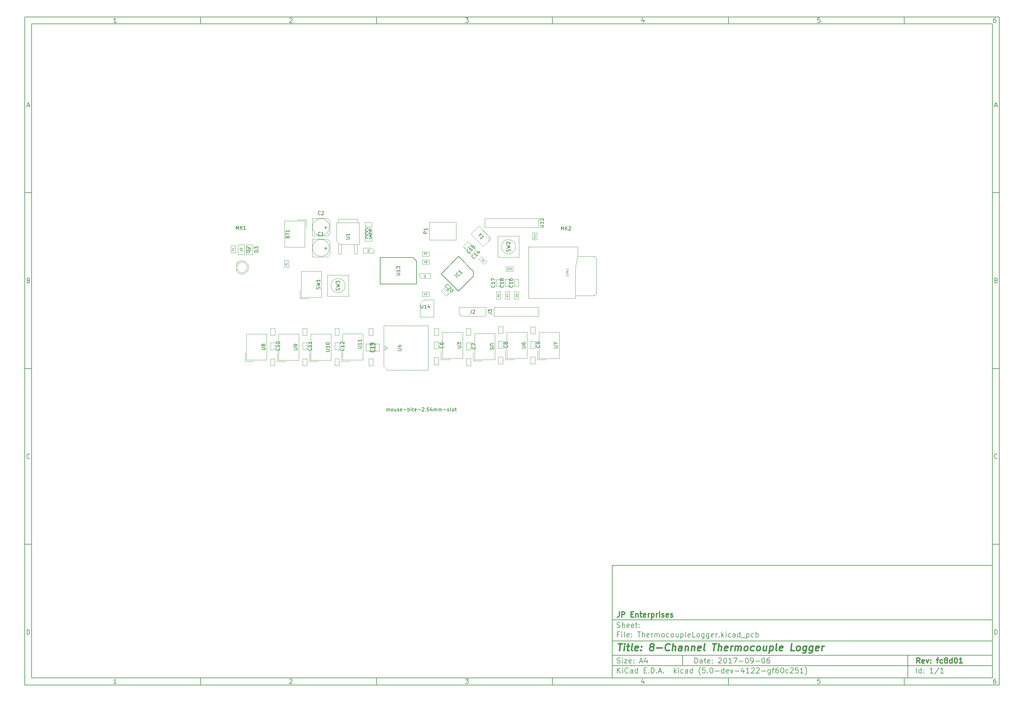
<source format=gbr>
%TF.GenerationSoftware,KiCad,Pcbnew,(5.0-dev-4122-gf60c251)*%
%TF.CreationDate,2018-08-03T09:26:14+01:00*%
%TF.ProjectId,ThermocoupleLogger,546865726D6F636F75706C654C6F6767,fc8d01*%
%TF.SameCoordinates,Original*%
%TF.FileFunction,Other,Fab,Top*%
%FSLAX46Y46*%
G04 Gerber Fmt 4.6, Leading zero omitted, Abs format (unit mm)*
G04 Created by KiCad (PCBNEW (5.0-dev-4122-gf60c251)) date Friday, 03 August 2018 at 09:26:14*
%MOMM*%
%LPD*%
G01*
G04 APERTURE LIST*
%ADD10C,0.100000*%
%ADD11C,0.150000*%
%ADD12C,0.300000*%
%ADD13C,0.400000*%
%ADD14C,0.050000*%
%ADD15C,0.075000*%
%ADD16C,0.200000*%
G04 APERTURE END LIST*
D10*
D11*
X177002200Y-166007200D02*
X177002200Y-198007200D01*
X285002200Y-198007200D01*
X285002200Y-166007200D01*
X177002200Y-166007200D01*
D10*
D11*
X10000000Y-10000000D02*
X10000000Y-200007200D01*
X287002200Y-200007200D01*
X287002200Y-10000000D01*
X10000000Y-10000000D01*
D10*
D11*
X12000000Y-12000000D02*
X12000000Y-198007200D01*
X285002200Y-198007200D01*
X285002200Y-12000000D01*
X12000000Y-12000000D01*
D10*
D11*
X60000000Y-12000000D02*
X60000000Y-10000000D01*
D10*
D11*
X110000000Y-12000000D02*
X110000000Y-10000000D01*
D10*
D11*
X160000000Y-12000000D02*
X160000000Y-10000000D01*
D10*
D11*
X210000000Y-12000000D02*
X210000000Y-10000000D01*
D10*
D11*
X260000000Y-12000000D02*
X260000000Y-10000000D01*
D10*
D11*
X36065476Y-11588095D02*
X35322619Y-11588095D01*
X35694047Y-11588095D02*
X35694047Y-10288095D01*
X35570238Y-10473809D01*
X35446428Y-10597619D01*
X35322619Y-10659523D01*
D10*
D11*
X85322619Y-10411904D02*
X85384523Y-10350000D01*
X85508333Y-10288095D01*
X85817857Y-10288095D01*
X85941666Y-10350000D01*
X86003571Y-10411904D01*
X86065476Y-10535714D01*
X86065476Y-10659523D01*
X86003571Y-10845238D01*
X85260714Y-11588095D01*
X86065476Y-11588095D01*
D10*
D11*
X135260714Y-10288095D02*
X136065476Y-10288095D01*
X135632142Y-10783333D01*
X135817857Y-10783333D01*
X135941666Y-10845238D01*
X136003571Y-10907142D01*
X136065476Y-11030952D01*
X136065476Y-11340476D01*
X136003571Y-11464285D01*
X135941666Y-11526190D01*
X135817857Y-11588095D01*
X135446428Y-11588095D01*
X135322619Y-11526190D01*
X135260714Y-11464285D01*
D10*
D11*
X185941666Y-10721428D02*
X185941666Y-11588095D01*
X185632142Y-10226190D02*
X185322619Y-11154761D01*
X186127380Y-11154761D01*
D10*
D11*
X236003571Y-10288095D02*
X235384523Y-10288095D01*
X235322619Y-10907142D01*
X235384523Y-10845238D01*
X235508333Y-10783333D01*
X235817857Y-10783333D01*
X235941666Y-10845238D01*
X236003571Y-10907142D01*
X236065476Y-11030952D01*
X236065476Y-11340476D01*
X236003571Y-11464285D01*
X235941666Y-11526190D01*
X235817857Y-11588095D01*
X235508333Y-11588095D01*
X235384523Y-11526190D01*
X235322619Y-11464285D01*
D10*
D11*
X285941666Y-10288095D02*
X285694047Y-10288095D01*
X285570238Y-10350000D01*
X285508333Y-10411904D01*
X285384523Y-10597619D01*
X285322619Y-10845238D01*
X285322619Y-11340476D01*
X285384523Y-11464285D01*
X285446428Y-11526190D01*
X285570238Y-11588095D01*
X285817857Y-11588095D01*
X285941666Y-11526190D01*
X286003571Y-11464285D01*
X286065476Y-11340476D01*
X286065476Y-11030952D01*
X286003571Y-10907142D01*
X285941666Y-10845238D01*
X285817857Y-10783333D01*
X285570238Y-10783333D01*
X285446428Y-10845238D01*
X285384523Y-10907142D01*
X285322619Y-11030952D01*
D10*
D11*
X60000000Y-198007200D02*
X60000000Y-200007200D01*
D10*
D11*
X110000000Y-198007200D02*
X110000000Y-200007200D01*
D10*
D11*
X160000000Y-198007200D02*
X160000000Y-200007200D01*
D10*
D11*
X210000000Y-198007200D02*
X210000000Y-200007200D01*
D10*
D11*
X260000000Y-198007200D02*
X260000000Y-200007200D01*
D10*
D11*
X36065476Y-199595295D02*
X35322619Y-199595295D01*
X35694047Y-199595295D02*
X35694047Y-198295295D01*
X35570238Y-198481009D01*
X35446428Y-198604819D01*
X35322619Y-198666723D01*
D10*
D11*
X85322619Y-198419104D02*
X85384523Y-198357200D01*
X85508333Y-198295295D01*
X85817857Y-198295295D01*
X85941666Y-198357200D01*
X86003571Y-198419104D01*
X86065476Y-198542914D01*
X86065476Y-198666723D01*
X86003571Y-198852438D01*
X85260714Y-199595295D01*
X86065476Y-199595295D01*
D10*
D11*
X135260714Y-198295295D02*
X136065476Y-198295295D01*
X135632142Y-198790533D01*
X135817857Y-198790533D01*
X135941666Y-198852438D01*
X136003571Y-198914342D01*
X136065476Y-199038152D01*
X136065476Y-199347676D01*
X136003571Y-199471485D01*
X135941666Y-199533390D01*
X135817857Y-199595295D01*
X135446428Y-199595295D01*
X135322619Y-199533390D01*
X135260714Y-199471485D01*
D10*
D11*
X185941666Y-198728628D02*
X185941666Y-199595295D01*
X185632142Y-198233390D02*
X185322619Y-199161961D01*
X186127380Y-199161961D01*
D10*
D11*
X236003571Y-198295295D02*
X235384523Y-198295295D01*
X235322619Y-198914342D01*
X235384523Y-198852438D01*
X235508333Y-198790533D01*
X235817857Y-198790533D01*
X235941666Y-198852438D01*
X236003571Y-198914342D01*
X236065476Y-199038152D01*
X236065476Y-199347676D01*
X236003571Y-199471485D01*
X235941666Y-199533390D01*
X235817857Y-199595295D01*
X235508333Y-199595295D01*
X235384523Y-199533390D01*
X235322619Y-199471485D01*
D10*
D11*
X285941666Y-198295295D02*
X285694047Y-198295295D01*
X285570238Y-198357200D01*
X285508333Y-198419104D01*
X285384523Y-198604819D01*
X285322619Y-198852438D01*
X285322619Y-199347676D01*
X285384523Y-199471485D01*
X285446428Y-199533390D01*
X285570238Y-199595295D01*
X285817857Y-199595295D01*
X285941666Y-199533390D01*
X286003571Y-199471485D01*
X286065476Y-199347676D01*
X286065476Y-199038152D01*
X286003571Y-198914342D01*
X285941666Y-198852438D01*
X285817857Y-198790533D01*
X285570238Y-198790533D01*
X285446428Y-198852438D01*
X285384523Y-198914342D01*
X285322619Y-199038152D01*
D10*
D11*
X10000000Y-60000000D02*
X12000000Y-60000000D01*
D10*
D11*
X10000000Y-110000000D02*
X12000000Y-110000000D01*
D10*
D11*
X10000000Y-160000000D02*
X12000000Y-160000000D01*
D10*
D11*
X10690476Y-35216666D02*
X11309523Y-35216666D01*
X10566666Y-35588095D02*
X11000000Y-34288095D01*
X11433333Y-35588095D01*
D10*
D11*
X11092857Y-84907142D02*
X11278571Y-84969047D01*
X11340476Y-85030952D01*
X11402380Y-85154761D01*
X11402380Y-85340476D01*
X11340476Y-85464285D01*
X11278571Y-85526190D01*
X11154761Y-85588095D01*
X10659523Y-85588095D01*
X10659523Y-84288095D01*
X11092857Y-84288095D01*
X11216666Y-84350000D01*
X11278571Y-84411904D01*
X11340476Y-84535714D01*
X11340476Y-84659523D01*
X11278571Y-84783333D01*
X11216666Y-84845238D01*
X11092857Y-84907142D01*
X10659523Y-84907142D01*
D10*
D11*
X11402380Y-135464285D02*
X11340476Y-135526190D01*
X11154761Y-135588095D01*
X11030952Y-135588095D01*
X10845238Y-135526190D01*
X10721428Y-135402380D01*
X10659523Y-135278571D01*
X10597619Y-135030952D01*
X10597619Y-134845238D01*
X10659523Y-134597619D01*
X10721428Y-134473809D01*
X10845238Y-134350000D01*
X11030952Y-134288095D01*
X11154761Y-134288095D01*
X11340476Y-134350000D01*
X11402380Y-134411904D01*
D10*
D11*
X10659523Y-185588095D02*
X10659523Y-184288095D01*
X10969047Y-184288095D01*
X11154761Y-184350000D01*
X11278571Y-184473809D01*
X11340476Y-184597619D01*
X11402380Y-184845238D01*
X11402380Y-185030952D01*
X11340476Y-185278571D01*
X11278571Y-185402380D01*
X11154761Y-185526190D01*
X10969047Y-185588095D01*
X10659523Y-185588095D01*
D10*
D11*
X287002200Y-60000000D02*
X285002200Y-60000000D01*
D10*
D11*
X287002200Y-110000000D02*
X285002200Y-110000000D01*
D10*
D11*
X287002200Y-160000000D02*
X285002200Y-160000000D01*
D10*
D11*
X285692676Y-35216666D02*
X286311723Y-35216666D01*
X285568866Y-35588095D02*
X286002200Y-34288095D01*
X286435533Y-35588095D01*
D10*
D11*
X286095057Y-84907142D02*
X286280771Y-84969047D01*
X286342676Y-85030952D01*
X286404580Y-85154761D01*
X286404580Y-85340476D01*
X286342676Y-85464285D01*
X286280771Y-85526190D01*
X286156961Y-85588095D01*
X285661723Y-85588095D01*
X285661723Y-84288095D01*
X286095057Y-84288095D01*
X286218866Y-84350000D01*
X286280771Y-84411904D01*
X286342676Y-84535714D01*
X286342676Y-84659523D01*
X286280771Y-84783333D01*
X286218866Y-84845238D01*
X286095057Y-84907142D01*
X285661723Y-84907142D01*
D10*
D11*
X286404580Y-135464285D02*
X286342676Y-135526190D01*
X286156961Y-135588095D01*
X286033152Y-135588095D01*
X285847438Y-135526190D01*
X285723628Y-135402380D01*
X285661723Y-135278571D01*
X285599819Y-135030952D01*
X285599819Y-134845238D01*
X285661723Y-134597619D01*
X285723628Y-134473809D01*
X285847438Y-134350000D01*
X286033152Y-134288095D01*
X286156961Y-134288095D01*
X286342676Y-134350000D01*
X286404580Y-134411904D01*
D10*
D11*
X285661723Y-185588095D02*
X285661723Y-184288095D01*
X285971247Y-184288095D01*
X286156961Y-184350000D01*
X286280771Y-184473809D01*
X286342676Y-184597619D01*
X286404580Y-184845238D01*
X286404580Y-185030952D01*
X286342676Y-185278571D01*
X286280771Y-185402380D01*
X286156961Y-185526190D01*
X285971247Y-185588095D01*
X285661723Y-185588095D01*
D10*
D11*
X200434342Y-193785771D02*
X200434342Y-192285771D01*
X200791485Y-192285771D01*
X201005771Y-192357200D01*
X201148628Y-192500057D01*
X201220057Y-192642914D01*
X201291485Y-192928628D01*
X201291485Y-193142914D01*
X201220057Y-193428628D01*
X201148628Y-193571485D01*
X201005771Y-193714342D01*
X200791485Y-193785771D01*
X200434342Y-193785771D01*
X202577200Y-193785771D02*
X202577200Y-193000057D01*
X202505771Y-192857200D01*
X202362914Y-192785771D01*
X202077200Y-192785771D01*
X201934342Y-192857200D01*
X202577200Y-193714342D02*
X202434342Y-193785771D01*
X202077200Y-193785771D01*
X201934342Y-193714342D01*
X201862914Y-193571485D01*
X201862914Y-193428628D01*
X201934342Y-193285771D01*
X202077200Y-193214342D01*
X202434342Y-193214342D01*
X202577200Y-193142914D01*
X203077200Y-192785771D02*
X203648628Y-192785771D01*
X203291485Y-192285771D02*
X203291485Y-193571485D01*
X203362914Y-193714342D01*
X203505771Y-193785771D01*
X203648628Y-193785771D01*
X204720057Y-193714342D02*
X204577200Y-193785771D01*
X204291485Y-193785771D01*
X204148628Y-193714342D01*
X204077200Y-193571485D01*
X204077200Y-193000057D01*
X204148628Y-192857200D01*
X204291485Y-192785771D01*
X204577200Y-192785771D01*
X204720057Y-192857200D01*
X204791485Y-193000057D01*
X204791485Y-193142914D01*
X204077200Y-193285771D01*
X205434342Y-193642914D02*
X205505771Y-193714342D01*
X205434342Y-193785771D01*
X205362914Y-193714342D01*
X205434342Y-193642914D01*
X205434342Y-193785771D01*
X205434342Y-192857200D02*
X205505771Y-192928628D01*
X205434342Y-193000057D01*
X205362914Y-192928628D01*
X205434342Y-192857200D01*
X205434342Y-193000057D01*
X207220057Y-192428628D02*
X207291485Y-192357200D01*
X207434342Y-192285771D01*
X207791485Y-192285771D01*
X207934342Y-192357200D01*
X208005771Y-192428628D01*
X208077200Y-192571485D01*
X208077200Y-192714342D01*
X208005771Y-192928628D01*
X207148628Y-193785771D01*
X208077200Y-193785771D01*
X209005771Y-192285771D02*
X209148628Y-192285771D01*
X209291485Y-192357200D01*
X209362914Y-192428628D01*
X209434342Y-192571485D01*
X209505771Y-192857200D01*
X209505771Y-193214342D01*
X209434342Y-193500057D01*
X209362914Y-193642914D01*
X209291485Y-193714342D01*
X209148628Y-193785771D01*
X209005771Y-193785771D01*
X208862914Y-193714342D01*
X208791485Y-193642914D01*
X208720057Y-193500057D01*
X208648628Y-193214342D01*
X208648628Y-192857200D01*
X208720057Y-192571485D01*
X208791485Y-192428628D01*
X208862914Y-192357200D01*
X209005771Y-192285771D01*
X210934342Y-193785771D02*
X210077200Y-193785771D01*
X210505771Y-193785771D02*
X210505771Y-192285771D01*
X210362914Y-192500057D01*
X210220057Y-192642914D01*
X210077200Y-192714342D01*
X211434342Y-192285771D02*
X212434342Y-192285771D01*
X211791485Y-193785771D01*
X213005771Y-193214342D02*
X214148628Y-193214342D01*
X215148628Y-192285771D02*
X215291485Y-192285771D01*
X215434342Y-192357200D01*
X215505771Y-192428628D01*
X215577200Y-192571485D01*
X215648628Y-192857200D01*
X215648628Y-193214342D01*
X215577200Y-193500057D01*
X215505771Y-193642914D01*
X215434342Y-193714342D01*
X215291485Y-193785771D01*
X215148628Y-193785771D01*
X215005771Y-193714342D01*
X214934342Y-193642914D01*
X214862914Y-193500057D01*
X214791485Y-193214342D01*
X214791485Y-192857200D01*
X214862914Y-192571485D01*
X214934342Y-192428628D01*
X215005771Y-192357200D01*
X215148628Y-192285771D01*
X216362914Y-193785771D02*
X216648628Y-193785771D01*
X216791485Y-193714342D01*
X216862914Y-193642914D01*
X217005771Y-193428628D01*
X217077200Y-193142914D01*
X217077200Y-192571485D01*
X217005771Y-192428628D01*
X216934342Y-192357200D01*
X216791485Y-192285771D01*
X216505771Y-192285771D01*
X216362914Y-192357200D01*
X216291485Y-192428628D01*
X216220057Y-192571485D01*
X216220057Y-192928628D01*
X216291485Y-193071485D01*
X216362914Y-193142914D01*
X216505771Y-193214342D01*
X216791485Y-193214342D01*
X216934342Y-193142914D01*
X217005771Y-193071485D01*
X217077200Y-192928628D01*
X217720057Y-193214342D02*
X218862914Y-193214342D01*
X219862914Y-192285771D02*
X220005771Y-192285771D01*
X220148628Y-192357200D01*
X220220057Y-192428628D01*
X220291485Y-192571485D01*
X220362914Y-192857200D01*
X220362914Y-193214342D01*
X220291485Y-193500057D01*
X220220057Y-193642914D01*
X220148628Y-193714342D01*
X220005771Y-193785771D01*
X219862914Y-193785771D01*
X219720057Y-193714342D01*
X219648628Y-193642914D01*
X219577200Y-193500057D01*
X219505771Y-193214342D01*
X219505771Y-192857200D01*
X219577200Y-192571485D01*
X219648628Y-192428628D01*
X219720057Y-192357200D01*
X219862914Y-192285771D01*
X221648628Y-192285771D02*
X221362914Y-192285771D01*
X221220057Y-192357200D01*
X221148628Y-192428628D01*
X221005771Y-192642914D01*
X220934342Y-192928628D01*
X220934342Y-193500057D01*
X221005771Y-193642914D01*
X221077200Y-193714342D01*
X221220057Y-193785771D01*
X221505771Y-193785771D01*
X221648628Y-193714342D01*
X221720057Y-193642914D01*
X221791485Y-193500057D01*
X221791485Y-193142914D01*
X221720057Y-193000057D01*
X221648628Y-192928628D01*
X221505771Y-192857200D01*
X221220057Y-192857200D01*
X221077200Y-192928628D01*
X221005771Y-193000057D01*
X220934342Y-193142914D01*
D10*
D11*
X177002200Y-194507200D02*
X285002200Y-194507200D01*
D10*
D11*
X178434342Y-196585771D02*
X178434342Y-195085771D01*
X179291485Y-196585771D02*
X178648628Y-195728628D01*
X179291485Y-195085771D02*
X178434342Y-195942914D01*
X179934342Y-196585771D02*
X179934342Y-195585771D01*
X179934342Y-195085771D02*
X179862914Y-195157200D01*
X179934342Y-195228628D01*
X180005771Y-195157200D01*
X179934342Y-195085771D01*
X179934342Y-195228628D01*
X181505771Y-196442914D02*
X181434342Y-196514342D01*
X181220057Y-196585771D01*
X181077200Y-196585771D01*
X180862914Y-196514342D01*
X180720057Y-196371485D01*
X180648628Y-196228628D01*
X180577200Y-195942914D01*
X180577200Y-195728628D01*
X180648628Y-195442914D01*
X180720057Y-195300057D01*
X180862914Y-195157200D01*
X181077200Y-195085771D01*
X181220057Y-195085771D01*
X181434342Y-195157200D01*
X181505771Y-195228628D01*
X182791485Y-196585771D02*
X182791485Y-195800057D01*
X182720057Y-195657200D01*
X182577200Y-195585771D01*
X182291485Y-195585771D01*
X182148628Y-195657200D01*
X182791485Y-196514342D02*
X182648628Y-196585771D01*
X182291485Y-196585771D01*
X182148628Y-196514342D01*
X182077200Y-196371485D01*
X182077200Y-196228628D01*
X182148628Y-196085771D01*
X182291485Y-196014342D01*
X182648628Y-196014342D01*
X182791485Y-195942914D01*
X184148628Y-196585771D02*
X184148628Y-195085771D01*
X184148628Y-196514342D02*
X184005771Y-196585771D01*
X183720057Y-196585771D01*
X183577200Y-196514342D01*
X183505771Y-196442914D01*
X183434342Y-196300057D01*
X183434342Y-195871485D01*
X183505771Y-195728628D01*
X183577200Y-195657200D01*
X183720057Y-195585771D01*
X184005771Y-195585771D01*
X184148628Y-195657200D01*
X186005771Y-195800057D02*
X186505771Y-195800057D01*
X186720057Y-196585771D02*
X186005771Y-196585771D01*
X186005771Y-195085771D01*
X186720057Y-195085771D01*
X187362914Y-196442914D02*
X187434342Y-196514342D01*
X187362914Y-196585771D01*
X187291485Y-196514342D01*
X187362914Y-196442914D01*
X187362914Y-196585771D01*
X188077200Y-196585771D02*
X188077200Y-195085771D01*
X188434342Y-195085771D01*
X188648628Y-195157200D01*
X188791485Y-195300057D01*
X188862914Y-195442914D01*
X188934342Y-195728628D01*
X188934342Y-195942914D01*
X188862914Y-196228628D01*
X188791485Y-196371485D01*
X188648628Y-196514342D01*
X188434342Y-196585771D01*
X188077200Y-196585771D01*
X189577200Y-196442914D02*
X189648628Y-196514342D01*
X189577200Y-196585771D01*
X189505771Y-196514342D01*
X189577200Y-196442914D01*
X189577200Y-196585771D01*
X190220057Y-196157200D02*
X190934342Y-196157200D01*
X190077200Y-196585771D02*
X190577200Y-195085771D01*
X191077200Y-196585771D01*
X191577200Y-196442914D02*
X191648628Y-196514342D01*
X191577200Y-196585771D01*
X191505771Y-196514342D01*
X191577200Y-196442914D01*
X191577200Y-196585771D01*
X194577200Y-196585771D02*
X194577200Y-195085771D01*
X194720057Y-196014342D02*
X195148628Y-196585771D01*
X195148628Y-195585771D02*
X194577200Y-196157200D01*
X195791485Y-196585771D02*
X195791485Y-195585771D01*
X195791485Y-195085771D02*
X195720057Y-195157200D01*
X195791485Y-195228628D01*
X195862914Y-195157200D01*
X195791485Y-195085771D01*
X195791485Y-195228628D01*
X197148628Y-196514342D02*
X197005771Y-196585771D01*
X196720057Y-196585771D01*
X196577200Y-196514342D01*
X196505771Y-196442914D01*
X196434342Y-196300057D01*
X196434342Y-195871485D01*
X196505771Y-195728628D01*
X196577200Y-195657200D01*
X196720057Y-195585771D01*
X197005771Y-195585771D01*
X197148628Y-195657200D01*
X198434342Y-196585771D02*
X198434342Y-195800057D01*
X198362914Y-195657200D01*
X198220057Y-195585771D01*
X197934342Y-195585771D01*
X197791485Y-195657200D01*
X198434342Y-196514342D02*
X198291485Y-196585771D01*
X197934342Y-196585771D01*
X197791485Y-196514342D01*
X197720057Y-196371485D01*
X197720057Y-196228628D01*
X197791485Y-196085771D01*
X197934342Y-196014342D01*
X198291485Y-196014342D01*
X198434342Y-195942914D01*
X199791485Y-196585771D02*
X199791485Y-195085771D01*
X199791485Y-196514342D02*
X199648628Y-196585771D01*
X199362914Y-196585771D01*
X199220057Y-196514342D01*
X199148628Y-196442914D01*
X199077200Y-196300057D01*
X199077200Y-195871485D01*
X199148628Y-195728628D01*
X199220057Y-195657200D01*
X199362914Y-195585771D01*
X199648628Y-195585771D01*
X199791485Y-195657200D01*
X202077200Y-197157200D02*
X202005771Y-197085771D01*
X201862914Y-196871485D01*
X201791485Y-196728628D01*
X201720057Y-196514342D01*
X201648628Y-196157200D01*
X201648628Y-195871485D01*
X201720057Y-195514342D01*
X201791485Y-195300057D01*
X201862914Y-195157200D01*
X202005771Y-194942914D01*
X202077200Y-194871485D01*
X203362914Y-195085771D02*
X202648628Y-195085771D01*
X202577200Y-195800057D01*
X202648628Y-195728628D01*
X202791485Y-195657200D01*
X203148628Y-195657200D01*
X203291485Y-195728628D01*
X203362914Y-195800057D01*
X203434342Y-195942914D01*
X203434342Y-196300057D01*
X203362914Y-196442914D01*
X203291485Y-196514342D01*
X203148628Y-196585771D01*
X202791485Y-196585771D01*
X202648628Y-196514342D01*
X202577200Y-196442914D01*
X204077200Y-196442914D02*
X204148628Y-196514342D01*
X204077200Y-196585771D01*
X204005771Y-196514342D01*
X204077200Y-196442914D01*
X204077200Y-196585771D01*
X205077200Y-195085771D02*
X205220057Y-195085771D01*
X205362914Y-195157200D01*
X205434342Y-195228628D01*
X205505771Y-195371485D01*
X205577200Y-195657200D01*
X205577200Y-196014342D01*
X205505771Y-196300057D01*
X205434342Y-196442914D01*
X205362914Y-196514342D01*
X205220057Y-196585771D01*
X205077200Y-196585771D01*
X204934342Y-196514342D01*
X204862914Y-196442914D01*
X204791485Y-196300057D01*
X204720057Y-196014342D01*
X204720057Y-195657200D01*
X204791485Y-195371485D01*
X204862914Y-195228628D01*
X204934342Y-195157200D01*
X205077200Y-195085771D01*
X206220057Y-196014342D02*
X207362914Y-196014342D01*
X208720057Y-196585771D02*
X208720057Y-195085771D01*
X208720057Y-196514342D02*
X208577200Y-196585771D01*
X208291485Y-196585771D01*
X208148628Y-196514342D01*
X208077200Y-196442914D01*
X208005771Y-196300057D01*
X208005771Y-195871485D01*
X208077200Y-195728628D01*
X208148628Y-195657200D01*
X208291485Y-195585771D01*
X208577200Y-195585771D01*
X208720057Y-195657200D01*
X210005771Y-196514342D02*
X209862914Y-196585771D01*
X209577200Y-196585771D01*
X209434342Y-196514342D01*
X209362914Y-196371485D01*
X209362914Y-195800057D01*
X209434342Y-195657200D01*
X209577200Y-195585771D01*
X209862914Y-195585771D01*
X210005771Y-195657200D01*
X210077200Y-195800057D01*
X210077200Y-195942914D01*
X209362914Y-196085771D01*
X210577200Y-195585771D02*
X210934342Y-196585771D01*
X211291485Y-195585771D01*
X211862914Y-196014342D02*
X213005771Y-196014342D01*
X214362914Y-195585771D02*
X214362914Y-196585771D01*
X214005771Y-195014342D02*
X213648628Y-196085771D01*
X214577200Y-196085771D01*
X215934342Y-196585771D02*
X215077200Y-196585771D01*
X215505771Y-196585771D02*
X215505771Y-195085771D01*
X215362914Y-195300057D01*
X215220057Y-195442914D01*
X215077200Y-195514342D01*
X216505771Y-195228628D02*
X216577200Y-195157200D01*
X216720057Y-195085771D01*
X217077200Y-195085771D01*
X217220057Y-195157200D01*
X217291485Y-195228628D01*
X217362914Y-195371485D01*
X217362914Y-195514342D01*
X217291485Y-195728628D01*
X216434342Y-196585771D01*
X217362914Y-196585771D01*
X217934342Y-195228628D02*
X218005771Y-195157200D01*
X218148628Y-195085771D01*
X218505771Y-195085771D01*
X218648628Y-195157200D01*
X218720057Y-195228628D01*
X218791485Y-195371485D01*
X218791485Y-195514342D01*
X218720057Y-195728628D01*
X217862914Y-196585771D01*
X218791485Y-196585771D01*
X219434342Y-196014342D02*
X220577200Y-196014342D01*
X221934342Y-195585771D02*
X221934342Y-196800057D01*
X221862914Y-196942914D01*
X221791485Y-197014342D01*
X221648628Y-197085771D01*
X221434342Y-197085771D01*
X221291485Y-197014342D01*
X221934342Y-196514342D02*
X221791485Y-196585771D01*
X221505771Y-196585771D01*
X221362914Y-196514342D01*
X221291485Y-196442914D01*
X221220057Y-196300057D01*
X221220057Y-195871485D01*
X221291485Y-195728628D01*
X221362914Y-195657200D01*
X221505771Y-195585771D01*
X221791485Y-195585771D01*
X221934342Y-195657200D01*
X222434342Y-195585771D02*
X223005771Y-195585771D01*
X222648628Y-196585771D02*
X222648628Y-195300057D01*
X222720057Y-195157200D01*
X222862914Y-195085771D01*
X223005771Y-195085771D01*
X224148628Y-195085771D02*
X223862914Y-195085771D01*
X223720057Y-195157200D01*
X223648628Y-195228628D01*
X223505771Y-195442914D01*
X223434342Y-195728628D01*
X223434342Y-196300057D01*
X223505771Y-196442914D01*
X223577200Y-196514342D01*
X223720057Y-196585771D01*
X224005771Y-196585771D01*
X224148628Y-196514342D01*
X224220057Y-196442914D01*
X224291485Y-196300057D01*
X224291485Y-195942914D01*
X224220057Y-195800057D01*
X224148628Y-195728628D01*
X224005771Y-195657200D01*
X223720057Y-195657200D01*
X223577200Y-195728628D01*
X223505771Y-195800057D01*
X223434342Y-195942914D01*
X225220057Y-195085771D02*
X225362914Y-195085771D01*
X225505771Y-195157200D01*
X225577200Y-195228628D01*
X225648628Y-195371485D01*
X225720057Y-195657200D01*
X225720057Y-196014342D01*
X225648628Y-196300057D01*
X225577200Y-196442914D01*
X225505771Y-196514342D01*
X225362914Y-196585771D01*
X225220057Y-196585771D01*
X225077200Y-196514342D01*
X225005771Y-196442914D01*
X224934342Y-196300057D01*
X224862914Y-196014342D01*
X224862914Y-195657200D01*
X224934342Y-195371485D01*
X225005771Y-195228628D01*
X225077200Y-195157200D01*
X225220057Y-195085771D01*
X227005771Y-196514342D02*
X226862914Y-196585771D01*
X226577200Y-196585771D01*
X226434342Y-196514342D01*
X226362914Y-196442914D01*
X226291485Y-196300057D01*
X226291485Y-195871485D01*
X226362914Y-195728628D01*
X226434342Y-195657200D01*
X226577200Y-195585771D01*
X226862914Y-195585771D01*
X227005771Y-195657200D01*
X227577199Y-195228628D02*
X227648628Y-195157200D01*
X227791485Y-195085771D01*
X228148628Y-195085771D01*
X228291485Y-195157200D01*
X228362914Y-195228628D01*
X228434342Y-195371485D01*
X228434342Y-195514342D01*
X228362914Y-195728628D01*
X227505771Y-196585771D01*
X228434342Y-196585771D01*
X229791485Y-195085771D02*
X229077199Y-195085771D01*
X229005771Y-195800057D01*
X229077199Y-195728628D01*
X229220057Y-195657200D01*
X229577199Y-195657200D01*
X229720057Y-195728628D01*
X229791485Y-195800057D01*
X229862914Y-195942914D01*
X229862914Y-196300057D01*
X229791485Y-196442914D01*
X229720057Y-196514342D01*
X229577199Y-196585771D01*
X229220057Y-196585771D01*
X229077199Y-196514342D01*
X229005771Y-196442914D01*
X231291485Y-196585771D02*
X230434342Y-196585771D01*
X230862914Y-196585771D02*
X230862914Y-195085771D01*
X230720057Y-195300057D01*
X230577199Y-195442914D01*
X230434342Y-195514342D01*
X231791485Y-197157200D02*
X231862914Y-197085771D01*
X232005771Y-196871485D01*
X232077199Y-196728628D01*
X232148628Y-196514342D01*
X232220057Y-196157200D01*
X232220057Y-195871485D01*
X232148628Y-195514342D01*
X232077199Y-195300057D01*
X232005771Y-195157200D01*
X231862914Y-194942914D01*
X231791485Y-194871485D01*
D10*
D11*
X177002200Y-191507200D02*
X285002200Y-191507200D01*
D10*
D12*
X264411485Y-193785771D02*
X263911485Y-193071485D01*
X263554342Y-193785771D02*
X263554342Y-192285771D01*
X264125771Y-192285771D01*
X264268628Y-192357200D01*
X264340057Y-192428628D01*
X264411485Y-192571485D01*
X264411485Y-192785771D01*
X264340057Y-192928628D01*
X264268628Y-193000057D01*
X264125771Y-193071485D01*
X263554342Y-193071485D01*
X265625771Y-193714342D02*
X265482914Y-193785771D01*
X265197200Y-193785771D01*
X265054342Y-193714342D01*
X264982914Y-193571485D01*
X264982914Y-193000057D01*
X265054342Y-192857200D01*
X265197200Y-192785771D01*
X265482914Y-192785771D01*
X265625771Y-192857200D01*
X265697200Y-193000057D01*
X265697200Y-193142914D01*
X264982914Y-193285771D01*
X266197200Y-192785771D02*
X266554342Y-193785771D01*
X266911485Y-192785771D01*
X267482914Y-193642914D02*
X267554342Y-193714342D01*
X267482914Y-193785771D01*
X267411485Y-193714342D01*
X267482914Y-193642914D01*
X267482914Y-193785771D01*
X267482914Y-192857200D02*
X267554342Y-192928628D01*
X267482914Y-193000057D01*
X267411485Y-192928628D01*
X267482914Y-192857200D01*
X267482914Y-193000057D01*
X269125771Y-192785771D02*
X269697200Y-192785771D01*
X269340057Y-193785771D02*
X269340057Y-192500057D01*
X269411485Y-192357200D01*
X269554342Y-192285771D01*
X269697200Y-192285771D01*
X270840057Y-193714342D02*
X270697200Y-193785771D01*
X270411485Y-193785771D01*
X270268628Y-193714342D01*
X270197200Y-193642914D01*
X270125771Y-193500057D01*
X270125771Y-193071485D01*
X270197200Y-192928628D01*
X270268628Y-192857200D01*
X270411485Y-192785771D01*
X270697200Y-192785771D01*
X270840057Y-192857200D01*
X271697200Y-192928628D02*
X271554342Y-192857200D01*
X271482914Y-192785771D01*
X271411485Y-192642914D01*
X271411485Y-192571485D01*
X271482914Y-192428628D01*
X271554342Y-192357200D01*
X271697200Y-192285771D01*
X271982914Y-192285771D01*
X272125771Y-192357200D01*
X272197200Y-192428628D01*
X272268628Y-192571485D01*
X272268628Y-192642914D01*
X272197200Y-192785771D01*
X272125771Y-192857200D01*
X271982914Y-192928628D01*
X271697200Y-192928628D01*
X271554342Y-193000057D01*
X271482914Y-193071485D01*
X271411485Y-193214342D01*
X271411485Y-193500057D01*
X271482914Y-193642914D01*
X271554342Y-193714342D01*
X271697200Y-193785771D01*
X271982914Y-193785771D01*
X272125771Y-193714342D01*
X272197200Y-193642914D01*
X272268628Y-193500057D01*
X272268628Y-193214342D01*
X272197200Y-193071485D01*
X272125771Y-193000057D01*
X271982914Y-192928628D01*
X273554342Y-193785771D02*
X273554342Y-192285771D01*
X273554342Y-193714342D02*
X273411485Y-193785771D01*
X273125771Y-193785771D01*
X272982914Y-193714342D01*
X272911485Y-193642914D01*
X272840057Y-193500057D01*
X272840057Y-193071485D01*
X272911485Y-192928628D01*
X272982914Y-192857200D01*
X273125771Y-192785771D01*
X273411485Y-192785771D01*
X273554342Y-192857200D01*
X274554342Y-192285771D02*
X274697200Y-192285771D01*
X274840057Y-192357200D01*
X274911485Y-192428628D01*
X274982914Y-192571485D01*
X275054342Y-192857200D01*
X275054342Y-193214342D01*
X274982914Y-193500057D01*
X274911485Y-193642914D01*
X274840057Y-193714342D01*
X274697200Y-193785771D01*
X274554342Y-193785771D01*
X274411485Y-193714342D01*
X274340057Y-193642914D01*
X274268628Y-193500057D01*
X274197200Y-193214342D01*
X274197200Y-192857200D01*
X274268628Y-192571485D01*
X274340057Y-192428628D01*
X274411485Y-192357200D01*
X274554342Y-192285771D01*
X276482914Y-193785771D02*
X275625771Y-193785771D01*
X276054342Y-193785771D02*
X276054342Y-192285771D01*
X275911485Y-192500057D01*
X275768628Y-192642914D01*
X275625771Y-192714342D01*
D10*
D11*
X178362914Y-193714342D02*
X178577200Y-193785771D01*
X178934342Y-193785771D01*
X179077200Y-193714342D01*
X179148628Y-193642914D01*
X179220057Y-193500057D01*
X179220057Y-193357200D01*
X179148628Y-193214342D01*
X179077200Y-193142914D01*
X178934342Y-193071485D01*
X178648628Y-193000057D01*
X178505771Y-192928628D01*
X178434342Y-192857200D01*
X178362914Y-192714342D01*
X178362914Y-192571485D01*
X178434342Y-192428628D01*
X178505771Y-192357200D01*
X178648628Y-192285771D01*
X179005771Y-192285771D01*
X179220057Y-192357200D01*
X179862914Y-193785771D02*
X179862914Y-192785771D01*
X179862914Y-192285771D02*
X179791485Y-192357200D01*
X179862914Y-192428628D01*
X179934342Y-192357200D01*
X179862914Y-192285771D01*
X179862914Y-192428628D01*
X180434342Y-192785771D02*
X181220057Y-192785771D01*
X180434342Y-193785771D01*
X181220057Y-193785771D01*
X182362914Y-193714342D02*
X182220057Y-193785771D01*
X181934342Y-193785771D01*
X181791485Y-193714342D01*
X181720057Y-193571485D01*
X181720057Y-193000057D01*
X181791485Y-192857200D01*
X181934342Y-192785771D01*
X182220057Y-192785771D01*
X182362914Y-192857200D01*
X182434342Y-193000057D01*
X182434342Y-193142914D01*
X181720057Y-193285771D01*
X183077200Y-193642914D02*
X183148628Y-193714342D01*
X183077200Y-193785771D01*
X183005771Y-193714342D01*
X183077200Y-193642914D01*
X183077200Y-193785771D01*
X183077200Y-192857200D02*
X183148628Y-192928628D01*
X183077200Y-193000057D01*
X183005771Y-192928628D01*
X183077200Y-192857200D01*
X183077200Y-193000057D01*
X184862914Y-193357200D02*
X185577200Y-193357200D01*
X184720057Y-193785771D02*
X185220057Y-192285771D01*
X185720057Y-193785771D01*
X186862914Y-192785771D02*
X186862914Y-193785771D01*
X186505771Y-192214342D02*
X186148628Y-193285771D01*
X187077200Y-193285771D01*
D10*
D11*
X263434342Y-196585771D02*
X263434342Y-195085771D01*
X264791485Y-196585771D02*
X264791485Y-195085771D01*
X264791485Y-196514342D02*
X264648628Y-196585771D01*
X264362914Y-196585771D01*
X264220057Y-196514342D01*
X264148628Y-196442914D01*
X264077200Y-196300057D01*
X264077200Y-195871485D01*
X264148628Y-195728628D01*
X264220057Y-195657200D01*
X264362914Y-195585771D01*
X264648628Y-195585771D01*
X264791485Y-195657200D01*
X265505771Y-196442914D02*
X265577200Y-196514342D01*
X265505771Y-196585771D01*
X265434342Y-196514342D01*
X265505771Y-196442914D01*
X265505771Y-196585771D01*
X265505771Y-195657200D02*
X265577200Y-195728628D01*
X265505771Y-195800057D01*
X265434342Y-195728628D01*
X265505771Y-195657200D01*
X265505771Y-195800057D01*
X268148628Y-196585771D02*
X267291485Y-196585771D01*
X267720057Y-196585771D02*
X267720057Y-195085771D01*
X267577200Y-195300057D01*
X267434342Y-195442914D01*
X267291485Y-195514342D01*
X269862914Y-195014342D02*
X268577200Y-196942914D01*
X271148628Y-196585771D02*
X270291485Y-196585771D01*
X270720057Y-196585771D02*
X270720057Y-195085771D01*
X270577200Y-195300057D01*
X270434342Y-195442914D01*
X270291485Y-195514342D01*
D10*
D11*
X177002200Y-187507200D02*
X285002200Y-187507200D01*
D10*
D13*
X178714580Y-188211961D02*
X179857438Y-188211961D01*
X179036009Y-190211961D02*
X179286009Y-188211961D01*
X180274104Y-190211961D02*
X180440771Y-188878628D01*
X180524104Y-188211961D02*
X180416961Y-188307200D01*
X180500295Y-188402438D01*
X180607438Y-188307200D01*
X180524104Y-188211961D01*
X180500295Y-188402438D01*
X181107438Y-188878628D02*
X181869342Y-188878628D01*
X181476485Y-188211961D02*
X181262200Y-189926247D01*
X181333628Y-190116723D01*
X181512200Y-190211961D01*
X181702676Y-190211961D01*
X182655057Y-190211961D02*
X182476485Y-190116723D01*
X182405057Y-189926247D01*
X182619342Y-188211961D01*
X184190771Y-190116723D02*
X183988390Y-190211961D01*
X183607438Y-190211961D01*
X183428866Y-190116723D01*
X183357438Y-189926247D01*
X183452676Y-189164342D01*
X183571723Y-188973866D01*
X183774104Y-188878628D01*
X184155057Y-188878628D01*
X184333628Y-188973866D01*
X184405057Y-189164342D01*
X184381247Y-189354819D01*
X183405057Y-189545295D01*
X185155057Y-190021485D02*
X185238390Y-190116723D01*
X185131247Y-190211961D01*
X185047914Y-190116723D01*
X185155057Y-190021485D01*
X185131247Y-190211961D01*
X185286009Y-188973866D02*
X185369342Y-189069104D01*
X185262200Y-189164342D01*
X185178866Y-189069104D01*
X185286009Y-188973866D01*
X185262200Y-189164342D01*
X188036009Y-189069104D02*
X187857438Y-188973866D01*
X187774104Y-188878628D01*
X187702676Y-188688152D01*
X187714580Y-188592914D01*
X187833628Y-188402438D01*
X187940771Y-188307200D01*
X188143152Y-188211961D01*
X188524104Y-188211961D01*
X188702676Y-188307200D01*
X188786009Y-188402438D01*
X188857438Y-188592914D01*
X188845533Y-188688152D01*
X188726485Y-188878628D01*
X188619342Y-188973866D01*
X188416961Y-189069104D01*
X188036009Y-189069104D01*
X187833628Y-189164342D01*
X187726485Y-189259580D01*
X187607438Y-189450057D01*
X187559819Y-189831009D01*
X187631247Y-190021485D01*
X187714580Y-190116723D01*
X187893152Y-190211961D01*
X188274104Y-190211961D01*
X188476485Y-190116723D01*
X188583628Y-190021485D01*
X188702676Y-189831009D01*
X188750295Y-189450057D01*
X188678866Y-189259580D01*
X188595533Y-189164342D01*
X188416961Y-189069104D01*
X189607438Y-189450057D02*
X191131247Y-189450057D01*
X193155057Y-190021485D02*
X193047914Y-190116723D01*
X192750295Y-190211961D01*
X192559819Y-190211961D01*
X192286009Y-190116723D01*
X192119342Y-189926247D01*
X192047914Y-189735771D01*
X192000295Y-189354819D01*
X192036009Y-189069104D01*
X192178866Y-188688152D01*
X192297914Y-188497676D01*
X192512200Y-188307200D01*
X192809819Y-188211961D01*
X193000295Y-188211961D01*
X193274104Y-188307200D01*
X193357438Y-188402438D01*
X193988390Y-190211961D02*
X194238390Y-188211961D01*
X194845533Y-190211961D02*
X194976485Y-189164342D01*
X194905057Y-188973866D01*
X194726485Y-188878628D01*
X194440771Y-188878628D01*
X194238390Y-188973866D01*
X194131247Y-189069104D01*
X196655057Y-190211961D02*
X196786009Y-189164342D01*
X196714580Y-188973866D01*
X196536009Y-188878628D01*
X196155057Y-188878628D01*
X195952676Y-188973866D01*
X196666961Y-190116723D02*
X196464580Y-190211961D01*
X195988390Y-190211961D01*
X195809819Y-190116723D01*
X195738390Y-189926247D01*
X195762200Y-189735771D01*
X195881247Y-189545295D01*
X196083628Y-189450057D01*
X196559819Y-189450057D01*
X196762200Y-189354819D01*
X197774104Y-188878628D02*
X197607438Y-190211961D01*
X197750295Y-189069104D02*
X197857438Y-188973866D01*
X198059819Y-188878628D01*
X198345533Y-188878628D01*
X198524104Y-188973866D01*
X198595533Y-189164342D01*
X198464580Y-190211961D01*
X199583628Y-188878628D02*
X199416961Y-190211961D01*
X199559819Y-189069104D02*
X199666961Y-188973866D01*
X199869342Y-188878628D01*
X200155057Y-188878628D01*
X200333628Y-188973866D01*
X200405057Y-189164342D01*
X200274104Y-190211961D01*
X202000295Y-190116723D02*
X201797914Y-190211961D01*
X201416961Y-190211961D01*
X201238390Y-190116723D01*
X201166961Y-189926247D01*
X201262200Y-189164342D01*
X201381247Y-188973866D01*
X201583628Y-188878628D01*
X201964580Y-188878628D01*
X202143152Y-188973866D01*
X202214580Y-189164342D01*
X202190771Y-189354819D01*
X201214580Y-189545295D01*
X203226485Y-190211961D02*
X203047914Y-190116723D01*
X202976485Y-189926247D01*
X203190771Y-188211961D01*
X205476485Y-188211961D02*
X206619342Y-188211961D01*
X205797914Y-190211961D02*
X206047914Y-188211961D01*
X207036009Y-190211961D02*
X207286009Y-188211961D01*
X207893152Y-190211961D02*
X208024104Y-189164342D01*
X207952676Y-188973866D01*
X207774104Y-188878628D01*
X207488390Y-188878628D01*
X207286009Y-188973866D01*
X207178866Y-189069104D01*
X209619342Y-190116723D02*
X209416961Y-190211961D01*
X209036009Y-190211961D01*
X208857438Y-190116723D01*
X208786009Y-189926247D01*
X208881247Y-189164342D01*
X209000295Y-188973866D01*
X209202676Y-188878628D01*
X209583628Y-188878628D01*
X209762200Y-188973866D01*
X209833628Y-189164342D01*
X209809819Y-189354819D01*
X208833628Y-189545295D01*
X210559819Y-190211961D02*
X210726485Y-188878628D01*
X210678866Y-189259580D02*
X210797914Y-189069104D01*
X210905057Y-188973866D01*
X211107438Y-188878628D01*
X211297914Y-188878628D01*
X211797914Y-190211961D02*
X211964580Y-188878628D01*
X211940771Y-189069104D02*
X212047914Y-188973866D01*
X212250295Y-188878628D01*
X212536009Y-188878628D01*
X212714580Y-188973866D01*
X212786009Y-189164342D01*
X212655057Y-190211961D01*
X212786009Y-189164342D02*
X212905057Y-188973866D01*
X213107438Y-188878628D01*
X213393152Y-188878628D01*
X213571723Y-188973866D01*
X213643152Y-189164342D01*
X213512200Y-190211961D01*
X214750295Y-190211961D02*
X214571723Y-190116723D01*
X214488390Y-190021485D01*
X214416961Y-189831009D01*
X214488390Y-189259580D01*
X214607438Y-189069104D01*
X214714580Y-188973866D01*
X214916961Y-188878628D01*
X215202676Y-188878628D01*
X215381247Y-188973866D01*
X215464580Y-189069104D01*
X215536009Y-189259580D01*
X215464580Y-189831009D01*
X215345533Y-190021485D01*
X215238390Y-190116723D01*
X215036009Y-190211961D01*
X214750295Y-190211961D01*
X217143152Y-190116723D02*
X216940771Y-190211961D01*
X216559819Y-190211961D01*
X216381247Y-190116723D01*
X216297914Y-190021485D01*
X216226485Y-189831009D01*
X216297914Y-189259580D01*
X216416961Y-189069104D01*
X216524104Y-188973866D01*
X216726485Y-188878628D01*
X217107438Y-188878628D01*
X217286009Y-188973866D01*
X218274104Y-190211961D02*
X218095533Y-190116723D01*
X218012200Y-190021485D01*
X217940771Y-189831009D01*
X218012200Y-189259580D01*
X218131247Y-189069104D01*
X218238390Y-188973866D01*
X218440771Y-188878628D01*
X218726485Y-188878628D01*
X218905057Y-188973866D01*
X218988390Y-189069104D01*
X219059819Y-189259580D01*
X218988390Y-189831009D01*
X218869342Y-190021485D01*
X218762200Y-190116723D01*
X218559819Y-190211961D01*
X218274104Y-190211961D01*
X220821723Y-188878628D02*
X220655057Y-190211961D01*
X219964580Y-188878628D02*
X219833628Y-189926247D01*
X219905057Y-190116723D01*
X220083628Y-190211961D01*
X220369342Y-190211961D01*
X220571723Y-190116723D01*
X220678866Y-190021485D01*
X221774104Y-188878628D02*
X221524104Y-190878628D01*
X221762200Y-188973866D02*
X221964580Y-188878628D01*
X222345533Y-188878628D01*
X222524104Y-188973866D01*
X222607438Y-189069104D01*
X222678866Y-189259580D01*
X222607438Y-189831009D01*
X222488390Y-190021485D01*
X222381247Y-190116723D01*
X222178866Y-190211961D01*
X221797914Y-190211961D01*
X221619342Y-190116723D01*
X223702676Y-190211961D02*
X223524104Y-190116723D01*
X223452676Y-189926247D01*
X223666961Y-188211961D01*
X225238390Y-190116723D02*
X225036009Y-190211961D01*
X224655057Y-190211961D01*
X224476485Y-190116723D01*
X224405057Y-189926247D01*
X224500295Y-189164342D01*
X224619342Y-188973866D01*
X224821723Y-188878628D01*
X225202676Y-188878628D01*
X225381247Y-188973866D01*
X225452676Y-189164342D01*
X225428866Y-189354819D01*
X224452676Y-189545295D01*
X228655057Y-190211961D02*
X227702676Y-190211961D01*
X227952676Y-188211961D01*
X229607438Y-190211961D02*
X229428866Y-190116723D01*
X229345533Y-190021485D01*
X229274104Y-189831009D01*
X229345533Y-189259580D01*
X229464580Y-189069104D01*
X229571723Y-188973866D01*
X229774104Y-188878628D01*
X230059819Y-188878628D01*
X230238390Y-188973866D01*
X230321723Y-189069104D01*
X230393152Y-189259580D01*
X230321723Y-189831009D01*
X230202676Y-190021485D01*
X230095533Y-190116723D01*
X229893152Y-190211961D01*
X229607438Y-190211961D01*
X232155057Y-188878628D02*
X231952676Y-190497676D01*
X231833628Y-190688152D01*
X231726485Y-190783390D01*
X231524104Y-190878628D01*
X231238390Y-190878628D01*
X231059819Y-190783390D01*
X232000295Y-190116723D02*
X231797914Y-190211961D01*
X231416961Y-190211961D01*
X231238390Y-190116723D01*
X231155057Y-190021485D01*
X231083628Y-189831009D01*
X231155057Y-189259580D01*
X231274104Y-189069104D01*
X231381247Y-188973866D01*
X231583628Y-188878628D01*
X231964580Y-188878628D01*
X232143152Y-188973866D01*
X233964580Y-188878628D02*
X233762199Y-190497676D01*
X233643152Y-190688152D01*
X233536009Y-190783390D01*
X233333628Y-190878628D01*
X233047914Y-190878628D01*
X232869342Y-190783390D01*
X233809819Y-190116723D02*
X233607438Y-190211961D01*
X233226485Y-190211961D01*
X233047914Y-190116723D01*
X232964580Y-190021485D01*
X232893152Y-189831009D01*
X232964580Y-189259580D01*
X233083628Y-189069104D01*
X233190771Y-188973866D01*
X233393152Y-188878628D01*
X233774104Y-188878628D01*
X233952676Y-188973866D01*
X235524104Y-190116723D02*
X235321723Y-190211961D01*
X234940771Y-190211961D01*
X234762199Y-190116723D01*
X234690771Y-189926247D01*
X234786009Y-189164342D01*
X234905057Y-188973866D01*
X235107438Y-188878628D01*
X235488390Y-188878628D01*
X235666961Y-188973866D01*
X235738390Y-189164342D01*
X235714580Y-189354819D01*
X234738390Y-189545295D01*
X236464580Y-190211961D02*
X236631247Y-188878628D01*
X236583628Y-189259580D02*
X236702676Y-189069104D01*
X236809819Y-188973866D01*
X237012199Y-188878628D01*
X237202676Y-188878628D01*
D10*
D11*
X178934342Y-185600057D02*
X178434342Y-185600057D01*
X178434342Y-186385771D02*
X178434342Y-184885771D01*
X179148628Y-184885771D01*
X179720057Y-186385771D02*
X179720057Y-185385771D01*
X179720057Y-184885771D02*
X179648628Y-184957200D01*
X179720057Y-185028628D01*
X179791485Y-184957200D01*
X179720057Y-184885771D01*
X179720057Y-185028628D01*
X180648628Y-186385771D02*
X180505771Y-186314342D01*
X180434342Y-186171485D01*
X180434342Y-184885771D01*
X181791485Y-186314342D02*
X181648628Y-186385771D01*
X181362914Y-186385771D01*
X181220057Y-186314342D01*
X181148628Y-186171485D01*
X181148628Y-185600057D01*
X181220057Y-185457200D01*
X181362914Y-185385771D01*
X181648628Y-185385771D01*
X181791485Y-185457200D01*
X181862914Y-185600057D01*
X181862914Y-185742914D01*
X181148628Y-185885771D01*
X182505771Y-186242914D02*
X182577200Y-186314342D01*
X182505771Y-186385771D01*
X182434342Y-186314342D01*
X182505771Y-186242914D01*
X182505771Y-186385771D01*
X182505771Y-185457200D02*
X182577200Y-185528628D01*
X182505771Y-185600057D01*
X182434342Y-185528628D01*
X182505771Y-185457200D01*
X182505771Y-185600057D01*
X184148628Y-184885771D02*
X185005771Y-184885771D01*
X184577200Y-186385771D02*
X184577200Y-184885771D01*
X185505771Y-186385771D02*
X185505771Y-184885771D01*
X186148628Y-186385771D02*
X186148628Y-185600057D01*
X186077200Y-185457200D01*
X185934342Y-185385771D01*
X185720057Y-185385771D01*
X185577200Y-185457200D01*
X185505771Y-185528628D01*
X187434342Y-186314342D02*
X187291485Y-186385771D01*
X187005771Y-186385771D01*
X186862914Y-186314342D01*
X186791485Y-186171485D01*
X186791485Y-185600057D01*
X186862914Y-185457200D01*
X187005771Y-185385771D01*
X187291485Y-185385771D01*
X187434342Y-185457200D01*
X187505771Y-185600057D01*
X187505771Y-185742914D01*
X186791485Y-185885771D01*
X188148628Y-186385771D02*
X188148628Y-185385771D01*
X188148628Y-185671485D02*
X188220057Y-185528628D01*
X188291485Y-185457200D01*
X188434342Y-185385771D01*
X188577200Y-185385771D01*
X189077200Y-186385771D02*
X189077200Y-185385771D01*
X189077200Y-185528628D02*
X189148628Y-185457200D01*
X189291485Y-185385771D01*
X189505771Y-185385771D01*
X189648628Y-185457200D01*
X189720057Y-185600057D01*
X189720057Y-186385771D01*
X189720057Y-185600057D02*
X189791485Y-185457200D01*
X189934342Y-185385771D01*
X190148628Y-185385771D01*
X190291485Y-185457200D01*
X190362914Y-185600057D01*
X190362914Y-186385771D01*
X191291485Y-186385771D02*
X191148628Y-186314342D01*
X191077200Y-186242914D01*
X191005771Y-186100057D01*
X191005771Y-185671485D01*
X191077200Y-185528628D01*
X191148628Y-185457200D01*
X191291485Y-185385771D01*
X191505771Y-185385771D01*
X191648628Y-185457200D01*
X191720057Y-185528628D01*
X191791485Y-185671485D01*
X191791485Y-186100057D01*
X191720057Y-186242914D01*
X191648628Y-186314342D01*
X191505771Y-186385771D01*
X191291485Y-186385771D01*
X193077200Y-186314342D02*
X192934342Y-186385771D01*
X192648628Y-186385771D01*
X192505771Y-186314342D01*
X192434342Y-186242914D01*
X192362914Y-186100057D01*
X192362914Y-185671485D01*
X192434342Y-185528628D01*
X192505771Y-185457200D01*
X192648628Y-185385771D01*
X192934342Y-185385771D01*
X193077200Y-185457200D01*
X193934342Y-186385771D02*
X193791485Y-186314342D01*
X193720057Y-186242914D01*
X193648628Y-186100057D01*
X193648628Y-185671485D01*
X193720057Y-185528628D01*
X193791485Y-185457200D01*
X193934342Y-185385771D01*
X194148628Y-185385771D01*
X194291485Y-185457200D01*
X194362914Y-185528628D01*
X194434342Y-185671485D01*
X194434342Y-186100057D01*
X194362914Y-186242914D01*
X194291485Y-186314342D01*
X194148628Y-186385771D01*
X193934342Y-186385771D01*
X195720057Y-185385771D02*
X195720057Y-186385771D01*
X195077200Y-185385771D02*
X195077200Y-186171485D01*
X195148628Y-186314342D01*
X195291485Y-186385771D01*
X195505771Y-186385771D01*
X195648628Y-186314342D01*
X195720057Y-186242914D01*
X196434342Y-185385771D02*
X196434342Y-186885771D01*
X196434342Y-185457200D02*
X196577200Y-185385771D01*
X196862914Y-185385771D01*
X197005771Y-185457200D01*
X197077200Y-185528628D01*
X197148628Y-185671485D01*
X197148628Y-186100057D01*
X197077200Y-186242914D01*
X197005771Y-186314342D01*
X196862914Y-186385771D01*
X196577200Y-186385771D01*
X196434342Y-186314342D01*
X198005771Y-186385771D02*
X197862914Y-186314342D01*
X197791485Y-186171485D01*
X197791485Y-184885771D01*
X199148628Y-186314342D02*
X199005771Y-186385771D01*
X198720057Y-186385771D01*
X198577200Y-186314342D01*
X198505771Y-186171485D01*
X198505771Y-185600057D01*
X198577200Y-185457200D01*
X198720057Y-185385771D01*
X199005771Y-185385771D01*
X199148628Y-185457200D01*
X199220057Y-185600057D01*
X199220057Y-185742914D01*
X198505771Y-185885771D01*
X200577200Y-186385771D02*
X199862914Y-186385771D01*
X199862914Y-184885771D01*
X201291485Y-186385771D02*
X201148628Y-186314342D01*
X201077200Y-186242914D01*
X201005771Y-186100057D01*
X201005771Y-185671485D01*
X201077200Y-185528628D01*
X201148628Y-185457200D01*
X201291485Y-185385771D01*
X201505771Y-185385771D01*
X201648628Y-185457200D01*
X201720057Y-185528628D01*
X201791485Y-185671485D01*
X201791485Y-186100057D01*
X201720057Y-186242914D01*
X201648628Y-186314342D01*
X201505771Y-186385771D01*
X201291485Y-186385771D01*
X203077200Y-185385771D02*
X203077200Y-186600057D01*
X203005771Y-186742914D01*
X202934342Y-186814342D01*
X202791485Y-186885771D01*
X202577200Y-186885771D01*
X202434342Y-186814342D01*
X203077200Y-186314342D02*
X202934342Y-186385771D01*
X202648628Y-186385771D01*
X202505771Y-186314342D01*
X202434342Y-186242914D01*
X202362914Y-186100057D01*
X202362914Y-185671485D01*
X202434342Y-185528628D01*
X202505771Y-185457200D01*
X202648628Y-185385771D01*
X202934342Y-185385771D01*
X203077200Y-185457200D01*
X204434342Y-185385771D02*
X204434342Y-186600057D01*
X204362914Y-186742914D01*
X204291485Y-186814342D01*
X204148628Y-186885771D01*
X203934342Y-186885771D01*
X203791485Y-186814342D01*
X204434342Y-186314342D02*
X204291485Y-186385771D01*
X204005771Y-186385771D01*
X203862914Y-186314342D01*
X203791485Y-186242914D01*
X203720057Y-186100057D01*
X203720057Y-185671485D01*
X203791485Y-185528628D01*
X203862914Y-185457200D01*
X204005771Y-185385771D01*
X204291485Y-185385771D01*
X204434342Y-185457200D01*
X205720057Y-186314342D02*
X205577200Y-186385771D01*
X205291485Y-186385771D01*
X205148628Y-186314342D01*
X205077200Y-186171485D01*
X205077200Y-185600057D01*
X205148628Y-185457200D01*
X205291485Y-185385771D01*
X205577200Y-185385771D01*
X205720057Y-185457200D01*
X205791485Y-185600057D01*
X205791485Y-185742914D01*
X205077200Y-185885771D01*
X206434342Y-186385771D02*
X206434342Y-185385771D01*
X206434342Y-185671485D02*
X206505771Y-185528628D01*
X206577200Y-185457200D01*
X206720057Y-185385771D01*
X206862914Y-185385771D01*
X207362914Y-186242914D02*
X207434342Y-186314342D01*
X207362914Y-186385771D01*
X207291485Y-186314342D01*
X207362914Y-186242914D01*
X207362914Y-186385771D01*
X208077200Y-186385771D02*
X208077200Y-184885771D01*
X208220057Y-185814342D02*
X208648628Y-186385771D01*
X208648628Y-185385771D02*
X208077200Y-185957200D01*
X209291485Y-186385771D02*
X209291485Y-185385771D01*
X209291485Y-184885771D02*
X209220057Y-184957200D01*
X209291485Y-185028628D01*
X209362914Y-184957200D01*
X209291485Y-184885771D01*
X209291485Y-185028628D01*
X210648628Y-186314342D02*
X210505771Y-186385771D01*
X210220057Y-186385771D01*
X210077200Y-186314342D01*
X210005771Y-186242914D01*
X209934342Y-186100057D01*
X209934342Y-185671485D01*
X210005771Y-185528628D01*
X210077200Y-185457200D01*
X210220057Y-185385771D01*
X210505771Y-185385771D01*
X210648628Y-185457200D01*
X211934342Y-186385771D02*
X211934342Y-185600057D01*
X211862914Y-185457200D01*
X211720057Y-185385771D01*
X211434342Y-185385771D01*
X211291485Y-185457200D01*
X211934342Y-186314342D02*
X211791485Y-186385771D01*
X211434342Y-186385771D01*
X211291485Y-186314342D01*
X211220057Y-186171485D01*
X211220057Y-186028628D01*
X211291485Y-185885771D01*
X211434342Y-185814342D01*
X211791485Y-185814342D01*
X211934342Y-185742914D01*
X213291485Y-186385771D02*
X213291485Y-184885771D01*
X213291485Y-186314342D02*
X213148628Y-186385771D01*
X212862914Y-186385771D01*
X212720057Y-186314342D01*
X212648628Y-186242914D01*
X212577200Y-186100057D01*
X212577200Y-185671485D01*
X212648628Y-185528628D01*
X212720057Y-185457200D01*
X212862914Y-185385771D01*
X213148628Y-185385771D01*
X213291485Y-185457200D01*
X213648628Y-186528628D02*
X214791485Y-186528628D01*
X215148628Y-185385771D02*
X215148628Y-186885771D01*
X215148628Y-185457200D02*
X215291485Y-185385771D01*
X215577200Y-185385771D01*
X215720057Y-185457200D01*
X215791485Y-185528628D01*
X215862914Y-185671485D01*
X215862914Y-186100057D01*
X215791485Y-186242914D01*
X215720057Y-186314342D01*
X215577200Y-186385771D01*
X215291485Y-186385771D01*
X215148628Y-186314342D01*
X217148628Y-186314342D02*
X217005771Y-186385771D01*
X216720057Y-186385771D01*
X216577200Y-186314342D01*
X216505771Y-186242914D01*
X216434342Y-186100057D01*
X216434342Y-185671485D01*
X216505771Y-185528628D01*
X216577200Y-185457200D01*
X216720057Y-185385771D01*
X217005771Y-185385771D01*
X217148628Y-185457200D01*
X217791485Y-186385771D02*
X217791485Y-184885771D01*
X217791485Y-185457200D02*
X217934342Y-185385771D01*
X218220057Y-185385771D01*
X218362914Y-185457200D01*
X218434342Y-185528628D01*
X218505771Y-185671485D01*
X218505771Y-186100057D01*
X218434342Y-186242914D01*
X218362914Y-186314342D01*
X218220057Y-186385771D01*
X217934342Y-186385771D01*
X217791485Y-186314342D01*
D10*
D11*
X177002200Y-181507200D02*
X285002200Y-181507200D01*
D10*
D11*
X178362914Y-183614342D02*
X178577200Y-183685771D01*
X178934342Y-183685771D01*
X179077200Y-183614342D01*
X179148628Y-183542914D01*
X179220057Y-183400057D01*
X179220057Y-183257200D01*
X179148628Y-183114342D01*
X179077200Y-183042914D01*
X178934342Y-182971485D01*
X178648628Y-182900057D01*
X178505771Y-182828628D01*
X178434342Y-182757200D01*
X178362914Y-182614342D01*
X178362914Y-182471485D01*
X178434342Y-182328628D01*
X178505771Y-182257200D01*
X178648628Y-182185771D01*
X179005771Y-182185771D01*
X179220057Y-182257200D01*
X179862914Y-183685771D02*
X179862914Y-182185771D01*
X180505771Y-183685771D02*
X180505771Y-182900057D01*
X180434342Y-182757200D01*
X180291485Y-182685771D01*
X180077200Y-182685771D01*
X179934342Y-182757200D01*
X179862914Y-182828628D01*
X181791485Y-183614342D02*
X181648628Y-183685771D01*
X181362914Y-183685771D01*
X181220057Y-183614342D01*
X181148628Y-183471485D01*
X181148628Y-182900057D01*
X181220057Y-182757200D01*
X181362914Y-182685771D01*
X181648628Y-182685771D01*
X181791485Y-182757200D01*
X181862914Y-182900057D01*
X181862914Y-183042914D01*
X181148628Y-183185771D01*
X183077200Y-183614342D02*
X182934342Y-183685771D01*
X182648628Y-183685771D01*
X182505771Y-183614342D01*
X182434342Y-183471485D01*
X182434342Y-182900057D01*
X182505771Y-182757200D01*
X182648628Y-182685771D01*
X182934342Y-182685771D01*
X183077200Y-182757200D01*
X183148628Y-182900057D01*
X183148628Y-183042914D01*
X182434342Y-183185771D01*
X183577200Y-182685771D02*
X184148628Y-182685771D01*
X183791485Y-182185771D02*
X183791485Y-183471485D01*
X183862914Y-183614342D01*
X184005771Y-183685771D01*
X184148628Y-183685771D01*
X184648628Y-183542914D02*
X184720057Y-183614342D01*
X184648628Y-183685771D01*
X184577200Y-183614342D01*
X184648628Y-183542914D01*
X184648628Y-183685771D01*
X184648628Y-182757200D02*
X184720057Y-182828628D01*
X184648628Y-182900057D01*
X184577200Y-182828628D01*
X184648628Y-182757200D01*
X184648628Y-182900057D01*
D10*
D12*
X178982914Y-179185771D02*
X178982914Y-180257200D01*
X178911485Y-180471485D01*
X178768628Y-180614342D01*
X178554342Y-180685771D01*
X178411485Y-180685771D01*
X179697200Y-180685771D02*
X179697200Y-179185771D01*
X180268628Y-179185771D01*
X180411485Y-179257200D01*
X180482914Y-179328628D01*
X180554342Y-179471485D01*
X180554342Y-179685771D01*
X180482914Y-179828628D01*
X180411485Y-179900057D01*
X180268628Y-179971485D01*
X179697200Y-179971485D01*
X182340057Y-179900057D02*
X182840057Y-179900057D01*
X183054342Y-180685771D02*
X182340057Y-180685771D01*
X182340057Y-179185771D01*
X183054342Y-179185771D01*
X183697200Y-179685771D02*
X183697200Y-180685771D01*
X183697200Y-179828628D02*
X183768628Y-179757200D01*
X183911485Y-179685771D01*
X184125771Y-179685771D01*
X184268628Y-179757200D01*
X184340057Y-179900057D01*
X184340057Y-180685771D01*
X184840057Y-179685771D02*
X185411485Y-179685771D01*
X185054342Y-179185771D02*
X185054342Y-180471485D01*
X185125771Y-180614342D01*
X185268628Y-180685771D01*
X185411485Y-180685771D01*
X186482914Y-180614342D02*
X186340057Y-180685771D01*
X186054342Y-180685771D01*
X185911485Y-180614342D01*
X185840057Y-180471485D01*
X185840057Y-179900057D01*
X185911485Y-179757200D01*
X186054342Y-179685771D01*
X186340057Y-179685771D01*
X186482914Y-179757200D01*
X186554342Y-179900057D01*
X186554342Y-180042914D01*
X185840057Y-180185771D01*
X187197200Y-180685771D02*
X187197200Y-179685771D01*
X187197200Y-179971485D02*
X187268628Y-179828628D01*
X187340057Y-179757200D01*
X187482914Y-179685771D01*
X187625771Y-179685771D01*
X188125771Y-179685771D02*
X188125771Y-181185771D01*
X188125771Y-179757200D02*
X188268628Y-179685771D01*
X188554342Y-179685771D01*
X188697200Y-179757200D01*
X188768628Y-179828628D01*
X188840057Y-179971485D01*
X188840057Y-180400057D01*
X188768628Y-180542914D01*
X188697200Y-180614342D01*
X188554342Y-180685771D01*
X188268628Y-180685771D01*
X188125771Y-180614342D01*
X189482914Y-180685771D02*
X189482914Y-179685771D01*
X189482914Y-179971485D02*
X189554342Y-179828628D01*
X189625771Y-179757200D01*
X189768628Y-179685771D01*
X189911485Y-179685771D01*
X190411485Y-180685771D02*
X190411485Y-179685771D01*
X190411485Y-179185771D02*
X190340057Y-179257200D01*
X190411485Y-179328628D01*
X190482914Y-179257200D01*
X190411485Y-179185771D01*
X190411485Y-179328628D01*
X191054342Y-180614342D02*
X191197200Y-180685771D01*
X191482914Y-180685771D01*
X191625771Y-180614342D01*
X191697200Y-180471485D01*
X191697200Y-180400057D01*
X191625771Y-180257200D01*
X191482914Y-180185771D01*
X191268628Y-180185771D01*
X191125771Y-180114342D01*
X191054342Y-179971485D01*
X191054342Y-179900057D01*
X191125771Y-179757200D01*
X191268628Y-179685771D01*
X191482914Y-179685771D01*
X191625771Y-179757200D01*
X192911485Y-180614342D02*
X192768628Y-180685771D01*
X192482914Y-180685771D01*
X192340057Y-180614342D01*
X192268628Y-180471485D01*
X192268628Y-179900057D01*
X192340057Y-179757200D01*
X192482914Y-179685771D01*
X192768628Y-179685771D01*
X192911485Y-179757200D01*
X192982914Y-179900057D01*
X192982914Y-180042914D01*
X192268628Y-180185771D01*
X193554342Y-180614342D02*
X193697200Y-180685771D01*
X193982914Y-180685771D01*
X194125771Y-180614342D01*
X194197200Y-180471485D01*
X194197200Y-180400057D01*
X194125771Y-180257200D01*
X193982914Y-180185771D01*
X193768628Y-180185771D01*
X193625771Y-180114342D01*
X193554342Y-179971485D01*
X193554342Y-179900057D01*
X193625771Y-179757200D01*
X193768628Y-179685771D01*
X193982914Y-179685771D01*
X194125771Y-179757200D01*
D10*
D11*
X197002200Y-191507200D02*
X197002200Y-194507200D01*
D10*
D11*
X261002200Y-191507200D02*
X261002200Y-198007200D01*
D10*
%TO.C,SW2*%
X149507844Y-75347760D02*
G75*
G03X149507844Y-75347760I-2015564J0D01*
G01*
X144492280Y-78347760D02*
X144492280Y-75347760D01*
X150492280Y-78347760D02*
X144492280Y-78347760D01*
X150492280Y-72347760D02*
X150492280Y-78347760D01*
X144492280Y-72347760D02*
X150492280Y-72347760D01*
X144492280Y-75347760D02*
X144492280Y-72347760D01*
%TO.C,SW3*%
X101085284Y-86412000D02*
G75*
G03X101085284Y-86412000I-2015564J0D01*
G01*
X96069720Y-89412000D02*
X96069720Y-86412000D01*
X102069720Y-89412000D02*
X96069720Y-89412000D01*
X102069720Y-83412000D02*
X102069720Y-89412000D01*
X96069720Y-83412000D02*
X102069720Y-83412000D01*
X96069720Y-86412000D02*
X96069720Y-83412000D01*
%TO.C,R8*%
X124972320Y-80325200D02*
X122972320Y-80325200D01*
X122972320Y-80325200D02*
X122972320Y-79085200D01*
X122972320Y-79085200D02*
X124972320Y-79085200D01*
X124972320Y-79085200D02*
X124972320Y-80325200D01*
%TO.C,D2*%
X72426400Y-74749200D02*
X72426400Y-77549200D01*
X72426400Y-77549200D02*
X70626400Y-77549200D01*
X70626400Y-77549200D02*
X70626400Y-74749200D01*
X70626400Y-74749200D02*
X72426400Y-74749200D01*
X71526400Y-75399200D02*
X71526400Y-75799200D01*
X71526400Y-75799200D02*
X72076400Y-75799200D01*
X71526400Y-75799200D02*
X70976400Y-75799200D01*
X71526400Y-75799200D02*
X71926400Y-76399200D01*
X71926400Y-76399200D02*
X71126400Y-76399200D01*
X71126400Y-76399200D02*
X71526400Y-75799200D01*
X71526400Y-76399200D02*
X71526400Y-76899200D01*
%TO.C,C2*%
X91690000Y-72290000D02*
X96040000Y-72290000D01*
X96040000Y-72290000D02*
X96710000Y-71620000D01*
X96710000Y-71620000D02*
X96710000Y-67930000D01*
X96710000Y-67930000D02*
X96040000Y-67260000D01*
X96040000Y-67260000D02*
X91690000Y-67260000D01*
X91690000Y-67260000D02*
X91690000Y-72290000D01*
X96618677Y-69750000D02*
G75*
G03X96618677Y-69750000I-2418677J0D01*
G01*
%TO.C,Q1*%
X125218000Y-84352360D02*
X125218000Y-82952360D01*
X122178000Y-82952360D02*
X125218000Y-82952360D01*
X122748000Y-84352360D02*
X122178000Y-83802360D01*
X122178000Y-83802360D02*
X122178000Y-82952360D01*
X122748000Y-84352360D02*
X125198000Y-84352360D01*
%TO.C,Y1*%
X141892031Y-73733503D02*
X141892031Y-72319289D01*
X140477817Y-75147716D02*
X140194975Y-75147716D01*
X142457716Y-73167817D02*
X140477817Y-75147716D01*
X142457716Y-72884975D02*
X142457716Y-73167817D01*
X139205025Y-69632284D02*
X142457716Y-72884975D01*
X138922183Y-69632284D02*
X139205025Y-69632284D01*
X136942284Y-71612183D02*
X138922183Y-69632284D01*
X136942284Y-71895025D02*
X136942284Y-71612183D01*
X140194975Y-75147716D02*
X136942284Y-71895025D01*
%TO.C,C1*%
X96618677Y-75692000D02*
G75*
G03X96618677Y-75692000I-2418677J0D01*
G01*
X91690000Y-73202000D02*
X91690000Y-78232000D01*
X96040000Y-73202000D02*
X91690000Y-73202000D01*
X96710000Y-73872000D02*
X96040000Y-73202000D01*
X96710000Y-77562000D02*
X96710000Y-73872000D01*
X96040000Y-78232000D02*
X96710000Y-77562000D01*
X91690000Y-78232000D02*
X96040000Y-78232000D01*
%TO.C,BT1*%
X89600000Y-68050000D02*
X83850000Y-68050000D01*
X83850000Y-68050000D02*
X83850000Y-75450000D01*
X83850000Y-75450000D02*
X89600000Y-75450000D01*
X89600000Y-75450000D02*
X89600000Y-68050000D01*
X90000000Y-70150000D02*
X90000000Y-67650000D01*
X90000000Y-67650000D02*
X87500000Y-67650000D01*
%TO.C,D1*%
X70255000Y-80113810D02*
X70255000Y-82446190D01*
X73255000Y-81280000D02*
G75*
G03X73255000Y-81280000I-1500000J0D01*
G01*
X70254445Y-82445476D02*
G75*
G03X70255000Y-80113810I1500555J1165476D01*
G01*
D11*
%TO.C,IC1*%
X137559614Y-82369256D02*
X137559614Y-83783470D01*
X133316973Y-78126616D02*
X137559614Y-82369256D01*
X128367226Y-83076363D02*
X133316973Y-78126616D01*
X133316973Y-88026110D02*
X128367226Y-83076363D01*
X137559614Y-83783470D02*
X133316973Y-88026110D01*
D14*
%TO.C,CON1*%
X153195000Y-90050000D02*
X166495000Y-90050000D01*
X153195000Y-75350000D02*
X167195000Y-75350000D01*
X153195000Y-90050000D02*
X153195000Y-75350000D01*
X166495000Y-90050000D02*
X166495000Y-82700000D01*
X167195000Y-78050000D02*
X167195000Y-75350000D01*
X172495000Y-78750000D02*
G75*
G03X171795000Y-78050000I-700000J0D01*
G01*
X171795000Y-78050000D02*
X167195000Y-78050000D01*
X172495000Y-88550000D02*
G75*
G02X171795000Y-89250000I-700000J0D01*
G01*
X172495000Y-88550000D02*
X172495000Y-78750000D01*
X171795000Y-89250000D02*
X166495000Y-89250000D01*
X166895000Y-79200000D02*
X167195000Y-78000000D01*
X166595000Y-81000000D02*
X166895000Y-79200000D01*
X166495000Y-82700000D02*
X166595000Y-81000000D01*
X153695000Y-75350000D02*
X153195000Y-75850000D01*
D10*
%TO.C,SW1*%
X88232800Y-90135200D02*
X90732800Y-90135200D01*
X88232800Y-87635200D02*
X88232800Y-90135200D01*
X88632800Y-82335200D02*
X88632800Y-89735200D01*
X94382800Y-82335200D02*
X88632800Y-82335200D01*
X94382800Y-89735200D02*
X94382800Y-82335200D01*
X88632800Y-89735200D02*
X94382800Y-89735200D01*
%TO.C,P1*%
X124993400Y-68326000D02*
X124993400Y-73406000D01*
X132613400Y-68326000D02*
X124993400Y-68326000D01*
X132613400Y-73406000D02*
X132613400Y-68326000D01*
X124993400Y-73406000D02*
X132613400Y-73406000D01*
%TO.C,C14*%
X137446474Y-75403050D02*
X138323286Y-76279862D01*
X136032260Y-76817264D02*
X137446474Y-75403050D01*
X136909072Y-77694076D02*
X136032260Y-76817264D01*
X138323286Y-76279862D02*
X136909072Y-77694076D01*
%TO.C,C15*%
X136875486Y-74730462D02*
X135461272Y-76144676D01*
X135461272Y-76144676D02*
X134584460Y-75267864D01*
X134584460Y-75267864D02*
X135998674Y-73853650D01*
X135998674Y-73853650D02*
X136875486Y-74730462D01*
D11*
%TO.C,U13*%
X120355000Y-78468000D02*
X121355000Y-79468000D01*
X111055000Y-78468000D02*
X120355000Y-78468000D01*
X111055000Y-85968000D02*
X111055000Y-78468000D01*
X121355000Y-85968000D02*
X111055000Y-85968000D01*
X121355000Y-79468000D02*
X121355000Y-85968000D01*
D10*
%TO.C,C16*%
X149113000Y-86648800D02*
X149113000Y-84648800D01*
X149113000Y-84648800D02*
X150353000Y-84648800D01*
X150353000Y-84648800D02*
X150353000Y-86648800D01*
X150353000Y-86648800D02*
X149113000Y-86648800D01*
%TO.C,C17*%
X145273000Y-86664800D02*
X144033000Y-86664800D01*
X145273000Y-84664800D02*
X145273000Y-86664800D01*
X144033000Y-84664800D02*
X145273000Y-84664800D01*
X144033000Y-86664800D02*
X144033000Y-84664800D01*
%TO.C,R5*%
X149113000Y-90204800D02*
X149113000Y-88204800D01*
X149113000Y-88204800D02*
X150353000Y-88204800D01*
X150353000Y-88204800D02*
X150353000Y-90204800D01*
X150353000Y-90204800D02*
X149113000Y-90204800D01*
%TO.C,R6*%
X145273000Y-90204800D02*
X144033000Y-90204800D01*
X145273000Y-88204800D02*
X145273000Y-90204800D01*
X144033000Y-88204800D02*
X145273000Y-88204800D01*
X144033000Y-90204800D02*
X144033000Y-88204800D01*
%TO.C,R7*%
X147813000Y-90204800D02*
X146573000Y-90204800D01*
X147813000Y-88204800D02*
X147813000Y-90204800D01*
X146573000Y-88204800D02*
X147813000Y-88204800D01*
X146573000Y-90204800D02*
X146573000Y-88204800D01*
%TO.C,C18*%
X146573000Y-86648800D02*
X146573000Y-84648800D01*
X146573000Y-84648800D02*
X147813000Y-84648800D01*
X147813000Y-84648800D02*
X147813000Y-86648800D01*
X147813000Y-86648800D02*
X146573000Y-86648800D01*
%TO.C,J3*%
X143332200Y-92608400D02*
X143332200Y-95148400D01*
X156032200Y-92608400D02*
X143332200Y-92608400D01*
X156032200Y-95148400D02*
X156032200Y-92608400D01*
X143332200Y-95148400D02*
X156032200Y-95148400D01*
%TO.C,L2*%
X126380000Y-108899200D02*
X126380000Y-106899200D01*
X126380000Y-106899200D02*
X127620000Y-106899200D01*
X127620000Y-106899200D02*
X127620000Y-108899200D01*
X127620000Y-108899200D02*
X126380000Y-108899200D01*
%TO.C,L14*%
X99375200Y-109204000D02*
X98135200Y-109204000D01*
X99375200Y-107204000D02*
X99375200Y-109204000D01*
X98135200Y-107204000D02*
X99375200Y-107204000D01*
X98135200Y-109204000D02*
X98135200Y-107204000D01*
%TO.C,U5*%
X137883400Y-107428200D02*
X143633400Y-107428200D01*
X143633400Y-107428200D02*
X143633400Y-100028200D01*
X143633400Y-100028200D02*
X137883400Y-100028200D01*
X137883400Y-100028200D02*
X137883400Y-107428200D01*
X137483400Y-105328200D02*
X137483400Y-107828200D01*
X137483400Y-107828200D02*
X139983400Y-107828200D01*
%TO.C,U4*%
X113079000Y-104140000D02*
X112079000Y-103640000D01*
X112079000Y-104640000D02*
X113079000Y-104140000D01*
X112079000Y-97855000D02*
X112079000Y-109425000D01*
X124649000Y-97855000D02*
X112079000Y-97855000D01*
X124649000Y-110425000D02*
X124649000Y-97855000D01*
X113079000Y-110425000D02*
X124649000Y-110425000D01*
X112079000Y-109425000D02*
X113079000Y-110425000D01*
%TO.C,L3*%
X136764000Y-100552000D02*
X135524000Y-100552000D01*
X136764000Y-98552000D02*
X136764000Y-100552000D01*
X135524000Y-98552000D02*
X136764000Y-98552000D01*
X135524000Y-100552000D02*
X135524000Y-98552000D01*
%TO.C,C3*%
X108696000Y-71740000D02*
X106696000Y-71740000D01*
X106696000Y-71740000D02*
X106696000Y-70500000D01*
X106696000Y-70500000D02*
X108696000Y-70500000D01*
X108696000Y-70500000D02*
X108696000Y-71740000D01*
%TO.C,C4*%
X108696000Y-68468000D02*
X108696000Y-69708000D01*
X106696000Y-68468000D02*
X108696000Y-68468000D01*
X106696000Y-69708000D02*
X106696000Y-68468000D01*
X108696000Y-69708000D02*
X106696000Y-69708000D01*
%TO.C,C5*%
X106696000Y-72532000D02*
X108696000Y-72532000D01*
X108696000Y-72532000D02*
X108696000Y-73772000D01*
X108696000Y-73772000D02*
X106696000Y-73772000D01*
X106696000Y-73772000D02*
X106696000Y-72532000D01*
%TO.C,C6*%
X127620000Y-102378000D02*
X127620000Y-104378000D01*
X127620000Y-104378000D02*
X126380000Y-104378000D01*
X126380000Y-104378000D02*
X126380000Y-102378000D01*
X126380000Y-102378000D02*
X127620000Y-102378000D01*
%TO.C,C7*%
X136764000Y-102648000D02*
X136764000Y-104648000D01*
X136764000Y-104648000D02*
X135524000Y-104648000D01*
X135524000Y-104648000D02*
X135524000Y-102648000D01*
X135524000Y-102648000D02*
X136764000Y-102648000D01*
%TO.C,C8*%
X145908000Y-102251000D02*
X145908000Y-104251000D01*
X145908000Y-104251000D02*
X144668000Y-104251000D01*
X144668000Y-104251000D02*
X144668000Y-102251000D01*
X144668000Y-102251000D02*
X145908000Y-102251000D01*
%TO.C,C9*%
X153812000Y-102225600D02*
X155052000Y-102225600D01*
X153812000Y-104225600D02*
X153812000Y-102225600D01*
X155052000Y-104225600D02*
X153812000Y-104225600D01*
X155052000Y-102225600D02*
X155052000Y-104225600D01*
%TO.C,C10*%
X79910428Y-102632000D02*
X81150428Y-102632000D01*
X79910428Y-104632000D02*
X79910428Y-102632000D01*
X81150428Y-104632000D02*
X79910428Y-104632000D01*
X81150428Y-102632000D02*
X81150428Y-104632000D01*
%TO.C,C11*%
X88991200Y-102632000D02*
X90231200Y-102632000D01*
X88991200Y-104632000D02*
X88991200Y-102632000D01*
X90231200Y-104632000D02*
X88991200Y-104632000D01*
X90231200Y-102632000D02*
X90231200Y-104632000D01*
%TO.C,C12*%
X99438428Y-102659280D02*
X99438428Y-104659280D01*
X99438428Y-104659280D02*
X98198428Y-104659280D01*
X98198428Y-104659280D02*
X98198428Y-102659280D01*
X98198428Y-102659280D02*
X99438428Y-102659280D01*
%TO.C,C13*%
X106949000Y-103013000D02*
X108189000Y-103013000D01*
X106949000Y-105013000D02*
X106949000Y-103013000D01*
X108189000Y-105013000D02*
X106949000Y-105013000D01*
X108189000Y-103013000D02*
X108189000Y-105013000D01*
%TO.C,L1*%
X127620000Y-100568000D02*
X126380000Y-100568000D01*
X127620000Y-98568000D02*
X127620000Y-100568000D01*
X126380000Y-98568000D02*
X127620000Y-98568000D01*
X126380000Y-100568000D02*
X126380000Y-98568000D01*
%TO.C,L4*%
X135524000Y-109138000D02*
X135524000Y-107138000D01*
X135524000Y-107138000D02*
X136764000Y-107138000D01*
X136764000Y-107138000D02*
X136764000Y-109138000D01*
X136764000Y-109138000D02*
X135524000Y-109138000D01*
%TO.C,L5*%
X144668000Y-100060000D02*
X144668000Y-98060000D01*
X144668000Y-98060000D02*
X145908000Y-98060000D01*
X145908000Y-98060000D02*
X145908000Y-100060000D01*
X145908000Y-100060000D02*
X144668000Y-100060000D01*
%TO.C,L6*%
X145908000Y-108696000D02*
X144668000Y-108696000D01*
X145908000Y-106696000D02*
X145908000Y-108696000D01*
X144668000Y-106696000D02*
X145908000Y-106696000D01*
X144668000Y-108696000D02*
X144668000Y-106696000D01*
%TO.C,L7*%
X153812000Y-100126000D02*
X153812000Y-98126000D01*
X153812000Y-98126000D02*
X155052000Y-98126000D01*
X155052000Y-98126000D02*
X155052000Y-100126000D01*
X155052000Y-100126000D02*
X153812000Y-100126000D01*
%TO.C,L8*%
X155052000Y-108696000D02*
X153812000Y-108696000D01*
X155052000Y-106696000D02*
X155052000Y-108696000D01*
X153812000Y-106696000D02*
X155052000Y-106696000D01*
X153812000Y-108696000D02*
X153812000Y-106696000D01*
%TO.C,L9*%
X79910428Y-100568000D02*
X79910428Y-98568000D01*
X79910428Y-98568000D02*
X81150428Y-98568000D01*
X81150428Y-98568000D02*
X81150428Y-100568000D01*
X81150428Y-100568000D02*
X79910428Y-100568000D01*
%TO.C,L10*%
X81087200Y-109204000D02*
X79847200Y-109204000D01*
X81087200Y-107204000D02*
X81087200Y-109204000D01*
X79847200Y-107204000D02*
X81087200Y-107204000D01*
X79847200Y-109204000D02*
X79847200Y-107204000D01*
%TO.C,L11*%
X90231200Y-100568000D02*
X88991200Y-100568000D01*
X90231200Y-98568000D02*
X90231200Y-100568000D01*
X88991200Y-98568000D02*
X90231200Y-98568000D01*
X88991200Y-100568000D02*
X88991200Y-98568000D01*
%TO.C,L12*%
X88991200Y-109204000D02*
X88991200Y-107204000D01*
X88991200Y-107204000D02*
X90231200Y-107204000D01*
X90231200Y-107204000D02*
X90231200Y-109204000D01*
X90231200Y-109204000D02*
X88991200Y-109204000D01*
%TO.C,L13*%
X98135200Y-100568000D02*
X98135200Y-98568000D01*
X98135200Y-98568000D02*
X99375200Y-98568000D01*
X99375200Y-98568000D02*
X99375200Y-100568000D01*
X99375200Y-100568000D02*
X98135200Y-100568000D01*
%TO.C,L15*%
X109027200Y-100568000D02*
X107787200Y-100568000D01*
X109027200Y-98568000D02*
X109027200Y-100568000D01*
X107787200Y-98568000D02*
X109027200Y-98568000D01*
X107787200Y-100568000D02*
X107787200Y-98568000D01*
%TO.C,L16*%
X107787200Y-109204000D02*
X107787200Y-107204000D01*
X107787200Y-107204000D02*
X109027200Y-107204000D01*
X109027200Y-107204000D02*
X109027200Y-109204000D01*
X109027200Y-109204000D02*
X107787200Y-109204000D01*
%TO.C,R1*%
X69885800Y-75083200D02*
X69885800Y-77083200D01*
X69885800Y-77083200D02*
X68645800Y-77083200D01*
X68645800Y-77083200D02*
X68645800Y-75083200D01*
X68645800Y-75083200D02*
X69885800Y-75083200D01*
%TO.C,R2*%
X85021660Y-79225900D02*
X85021660Y-81225900D01*
X85021660Y-81225900D02*
X83781660Y-81225900D01*
X83781660Y-81225900D02*
X83781660Y-79225900D01*
X83781660Y-79225900D02*
X85021660Y-79225900D01*
%TO.C,R3*%
X124952000Y-88280000D02*
X124952000Y-89520000D01*
X122952000Y-88280000D02*
X124952000Y-88280000D01*
X122952000Y-89520000D02*
X122952000Y-88280000D01*
X124952000Y-89520000D02*
X122952000Y-89520000D01*
%TO.C,R4*%
X139939299Y-78102487D02*
X141353513Y-79516701D01*
X141353513Y-79516701D02*
X140476701Y-80393513D01*
X140476701Y-80393513D02*
X139062487Y-78979299D01*
X139062487Y-78979299D02*
X139939299Y-78102487D01*
%TO.C,U6*%
X146602000Y-107498000D02*
X149102000Y-107498000D01*
X146602000Y-104998000D02*
X146602000Y-107498000D01*
X147002000Y-99698000D02*
X147002000Y-107098000D01*
X152752000Y-99698000D02*
X147002000Y-99698000D01*
X152752000Y-107098000D02*
X152752000Y-99698000D01*
X147002000Y-107098000D02*
X152752000Y-107098000D01*
%TO.C,U7*%
X156146000Y-107098000D02*
X161896000Y-107098000D01*
X161896000Y-107098000D02*
X161896000Y-99698000D01*
X161896000Y-99698000D02*
X156146000Y-99698000D01*
X156146000Y-99698000D02*
X156146000Y-107098000D01*
X155746000Y-104998000D02*
X155746000Y-107498000D01*
X155746000Y-107498000D02*
X158246000Y-107498000D01*
%TO.C,U8*%
X72637200Y-107966000D02*
X75137200Y-107966000D01*
X72637200Y-105466000D02*
X72637200Y-107966000D01*
X73037200Y-100166000D02*
X73037200Y-107566000D01*
X78787200Y-100166000D02*
X73037200Y-100166000D01*
X78787200Y-107566000D02*
X78787200Y-100166000D01*
X73037200Y-107566000D02*
X78787200Y-107566000D01*
%TO.C,U9*%
X82181200Y-107606000D02*
X87931200Y-107606000D01*
X87931200Y-107606000D02*
X87931200Y-100206000D01*
X87931200Y-100206000D02*
X82181200Y-100206000D01*
X82181200Y-100206000D02*
X82181200Y-107606000D01*
X81781200Y-105506000D02*
X81781200Y-108006000D01*
X81781200Y-108006000D02*
X84281200Y-108006000D01*
%TO.C,U10*%
X90925200Y-108006000D02*
X93425200Y-108006000D01*
X90925200Y-105506000D02*
X90925200Y-108006000D01*
X91325200Y-100206000D02*
X91325200Y-107606000D01*
X97075200Y-100206000D02*
X91325200Y-100206000D01*
X97075200Y-107606000D02*
X97075200Y-100206000D01*
X91325200Y-107606000D02*
X97075200Y-107606000D01*
%TO.C,U11*%
X100393000Y-107540600D02*
X106143000Y-107540600D01*
X106143000Y-107540600D02*
X106143000Y-100140600D01*
X106143000Y-100140600D02*
X100393000Y-100140600D01*
X100393000Y-100140600D02*
X100393000Y-107540600D01*
X99993000Y-105440600D02*
X99993000Y-107940600D01*
X99993000Y-107940600D02*
X102493000Y-107940600D01*
%TO.C,U3*%
X128714000Y-107098000D02*
X134464000Y-107098000D01*
X134464000Y-107098000D02*
X134464000Y-99698000D01*
X134464000Y-99698000D02*
X128714000Y-99698000D01*
X128714000Y-99698000D02*
X128714000Y-107098000D01*
X128314000Y-104998000D02*
X128314000Y-107498000D01*
X128314000Y-107498000D02*
X130814000Y-107498000D01*
%TO.C,U14*%
X122383000Y-91463200D02*
X123383000Y-90463200D01*
X122383000Y-95363200D02*
X122383000Y-91463200D01*
X126283000Y-95363200D02*
X122383000Y-95363200D01*
X126283000Y-90463200D02*
X126283000Y-95363200D01*
X123383000Y-90463200D02*
X126283000Y-90463200D01*
%TO.C,C19*%
X109565200Y-105013000D02*
X109565200Y-103013000D01*
X109565200Y-103013000D02*
X110805200Y-103013000D01*
X110805200Y-103013000D02*
X110805200Y-105013000D01*
X110805200Y-105013000D02*
X109565200Y-105013000D01*
%TO.C,U1*%
X104509000Y-77402600D02*
X104509000Y-74702600D01*
X103759000Y-77402600D02*
X104509000Y-77402600D01*
X103759000Y-74702600D02*
X103759000Y-77402600D01*
X99949000Y-77402600D02*
X99949000Y-74702600D01*
X99199000Y-77402600D02*
X99949000Y-77402600D01*
X99199000Y-74297600D02*
X99199000Y-77402600D01*
X98604000Y-73702600D02*
X98604000Y-68482600D01*
X99604000Y-74702600D02*
X98604000Y-73702600D01*
X105104000Y-74702600D02*
X99604000Y-74702600D01*
X105104000Y-68482600D02*
X105104000Y-74702600D01*
X98604000Y-68482600D02*
X105104000Y-68482600D01*
X104554000Y-67482600D02*
X104554000Y-68482600D01*
X99154000Y-67482600D02*
X104554000Y-67482600D01*
X99154000Y-68482600D02*
X99154000Y-67482600D01*
%TO.C,U2*%
X106176000Y-75754000D02*
X106176000Y-77154000D01*
X109216000Y-77154000D02*
X106176000Y-77154000D01*
X108646000Y-75754000D02*
X109216000Y-76304000D01*
X109216000Y-76304000D02*
X109216000Y-77154000D01*
X108646000Y-75754000D02*
X106196000Y-75754000D01*
%TO.C,U12*%
X155956000Y-69850000D02*
X155956000Y-67310000D01*
X140716000Y-69850000D02*
X155956000Y-69850000D01*
X140716000Y-67310000D02*
X140716000Y-69850000D01*
X155956000Y-67310000D02*
X140716000Y-67310000D01*
%TO.C,R9*%
X124952000Y-78090000D02*
X122952000Y-78090000D01*
X122952000Y-78090000D02*
X122952000Y-76850000D01*
X122952000Y-76850000D02*
X124952000Y-76850000D01*
X124952000Y-76850000D02*
X124952000Y-78090000D01*
%TO.C,J2*%
X134112000Y-95123000D02*
X133477000Y-94488000D01*
X141097000Y-95123000D02*
X134112000Y-95123000D01*
X141097000Y-92583000D02*
X141097000Y-95123000D01*
X133477000Y-92583000D02*
X141097000Y-92583000D01*
X133477000Y-94488000D02*
X133477000Y-92583000D01*
%TO.C,D3*%
X73888600Y-76399200D02*
X73888600Y-76899200D01*
X73488600Y-76399200D02*
X73888600Y-75799200D01*
X74288600Y-76399200D02*
X73488600Y-76399200D01*
X73888600Y-75799200D02*
X74288600Y-76399200D01*
X73888600Y-75799200D02*
X73338600Y-75799200D01*
X73888600Y-75799200D02*
X74438600Y-75799200D01*
X73888600Y-75399200D02*
X73888600Y-75799200D01*
X72988600Y-74749200D02*
X74788600Y-74749200D01*
X72988600Y-77549200D02*
X72988600Y-74749200D01*
X74788600Y-77549200D02*
X72988600Y-77549200D01*
X74788600Y-74749200D02*
X74788600Y-77549200D01*
%TO.C,C20*%
X129271299Y-87119487D02*
X130685513Y-88533701D01*
X130685513Y-88533701D02*
X129808701Y-89410513D01*
X129808701Y-89410513D02*
X128394487Y-87996299D01*
X128394487Y-87996299D02*
X129271299Y-87119487D01*
%TO.C,R10*%
X148751800Y-81066400D02*
X148751800Y-82306400D01*
X146751800Y-81066400D02*
X148751800Y-81066400D01*
X146751800Y-82306400D02*
X146751800Y-81066400D01*
X148751800Y-82306400D02*
X146751800Y-82306400D01*
%TO.C,R11*%
X155560000Y-71390000D02*
X155560000Y-73390000D01*
X155560000Y-73390000D02*
X154320000Y-73390000D01*
X154320000Y-73390000D02*
X154320000Y-71390000D01*
X154320000Y-71390000D02*
X155560000Y-71390000D01*
%TD*%
%TO.C,SW2*%
D11*
X147897041Y-76681093D02*
X147944660Y-76538236D01*
X147944660Y-76300140D01*
X147897041Y-76204902D01*
X147849422Y-76157283D01*
X147754184Y-76109664D01*
X147658946Y-76109664D01*
X147563708Y-76157283D01*
X147516089Y-76204902D01*
X147468470Y-76300140D01*
X147420851Y-76490617D01*
X147373232Y-76585855D01*
X147325613Y-76633474D01*
X147230375Y-76681093D01*
X147135137Y-76681093D01*
X147039899Y-76633474D01*
X146992280Y-76585855D01*
X146944660Y-76490617D01*
X146944660Y-76252521D01*
X146992280Y-76109664D01*
X146944660Y-75776331D02*
X147944660Y-75538236D01*
X147230375Y-75347760D01*
X147944660Y-75157283D01*
X146944660Y-74919188D01*
X147039899Y-74585855D02*
X146992280Y-74538236D01*
X146944660Y-74442998D01*
X146944660Y-74204902D01*
X146992280Y-74109664D01*
X147039899Y-74062045D01*
X147135137Y-74014426D01*
X147230375Y-74014426D01*
X147373232Y-74062045D01*
X147944660Y-74633474D01*
X147944660Y-74014426D01*
%TO.C,SW3*%
X99474481Y-87745333D02*
X99522100Y-87602476D01*
X99522100Y-87364380D01*
X99474481Y-87269142D01*
X99426862Y-87221523D01*
X99331624Y-87173904D01*
X99236386Y-87173904D01*
X99141148Y-87221523D01*
X99093529Y-87269142D01*
X99045910Y-87364380D01*
X98998291Y-87554857D01*
X98950672Y-87650095D01*
X98903053Y-87697714D01*
X98807815Y-87745333D01*
X98712577Y-87745333D01*
X98617339Y-87697714D01*
X98569720Y-87650095D01*
X98522100Y-87554857D01*
X98522100Y-87316761D01*
X98569720Y-87173904D01*
X98522100Y-86840571D02*
X99522100Y-86602476D01*
X98807815Y-86412000D01*
X99522100Y-86221523D01*
X98522100Y-85983428D01*
X98522100Y-85697714D02*
X98522100Y-85078666D01*
X98903053Y-85412000D01*
X98903053Y-85269142D01*
X98950672Y-85173904D01*
X98998291Y-85126285D01*
X99093529Y-85078666D01*
X99331624Y-85078666D01*
X99426862Y-85126285D01*
X99474481Y-85173904D01*
X99522100Y-85269142D01*
X99522100Y-85554857D01*
X99474481Y-85650095D01*
X99426862Y-85697714D01*
%TO.C,R8*%
D15*
X123888986Y-79931390D02*
X123722320Y-79693295D01*
X123603272Y-79931390D02*
X123603272Y-79431390D01*
X123793748Y-79431390D01*
X123841367Y-79455200D01*
X123865177Y-79479009D01*
X123888986Y-79526628D01*
X123888986Y-79598057D01*
X123865177Y-79645676D01*
X123841367Y-79669485D01*
X123793748Y-79693295D01*
X123603272Y-79693295D01*
X124174700Y-79645676D02*
X124127081Y-79621866D01*
X124103272Y-79598057D01*
X124079462Y-79550438D01*
X124079462Y-79526628D01*
X124103272Y-79479009D01*
X124127081Y-79455200D01*
X124174700Y-79431390D01*
X124269939Y-79431390D01*
X124317558Y-79455200D01*
X124341367Y-79479009D01*
X124365177Y-79526628D01*
X124365177Y-79550438D01*
X124341367Y-79598057D01*
X124317558Y-79621866D01*
X124269939Y-79645676D01*
X124174700Y-79645676D01*
X124127081Y-79669485D01*
X124103272Y-79693295D01*
X124079462Y-79740914D01*
X124079462Y-79836152D01*
X124103272Y-79883771D01*
X124127081Y-79907580D01*
X124174700Y-79931390D01*
X124269939Y-79931390D01*
X124317558Y-79907580D01*
X124341367Y-79883771D01*
X124365177Y-79836152D01*
X124365177Y-79740914D01*
X124341367Y-79693295D01*
X124317558Y-79669485D01*
X124269939Y-79645676D01*
%TO.C,D2*%
D11*
X73978780Y-76887295D02*
X72978780Y-76887295D01*
X72978780Y-76649200D01*
X73026400Y-76506342D01*
X73121638Y-76411104D01*
X73216876Y-76363485D01*
X73407352Y-76315866D01*
X73550209Y-76315866D01*
X73740685Y-76363485D01*
X73835923Y-76411104D01*
X73931161Y-76506342D01*
X73978780Y-76649200D01*
X73978780Y-76887295D01*
X73074019Y-75934914D02*
X73026400Y-75887295D01*
X72978780Y-75792057D01*
X72978780Y-75553961D01*
X73026400Y-75458723D01*
X73074019Y-75411104D01*
X73169257Y-75363485D01*
X73264495Y-75363485D01*
X73407352Y-75411104D01*
X73978780Y-75982533D01*
X73978780Y-75363485D01*
%TO.C,C2*%
X94033333Y-66187142D02*
X93985714Y-66234761D01*
X93842857Y-66282380D01*
X93747619Y-66282380D01*
X93604761Y-66234761D01*
X93509523Y-66139523D01*
X93461904Y-66044285D01*
X93414285Y-65853809D01*
X93414285Y-65710952D01*
X93461904Y-65520476D01*
X93509523Y-65425238D01*
X93604761Y-65330000D01*
X93747619Y-65282380D01*
X93842857Y-65282380D01*
X93985714Y-65330000D01*
X94033333Y-65377619D01*
X94414285Y-65377619D02*
X94461904Y-65330000D01*
X94557142Y-65282380D01*
X94795238Y-65282380D01*
X94890476Y-65330000D01*
X94938095Y-65377619D01*
X94985714Y-65472857D01*
X94985714Y-65568095D01*
X94938095Y-65710952D01*
X94366666Y-66282380D01*
X94985714Y-66282380D01*
X95189047Y-69901428D02*
X95950952Y-69901428D01*
X95570000Y-70282380D02*
X95570000Y-69520476D01*
%TO.C,Q1*%
D15*
X123971809Y-83699979D02*
X123948000Y-83747598D01*
X123900380Y-83795217D01*
X123828952Y-83866645D01*
X123805142Y-83914264D01*
X123805142Y-83961883D01*
X123924190Y-83938074D02*
X123900380Y-83985693D01*
X123852761Y-84033312D01*
X123757523Y-84057121D01*
X123590857Y-84057121D01*
X123495619Y-84033312D01*
X123448000Y-83985693D01*
X123424190Y-83938074D01*
X123424190Y-83842836D01*
X123448000Y-83795217D01*
X123495619Y-83747598D01*
X123590857Y-83723788D01*
X123757523Y-83723788D01*
X123852761Y-83747598D01*
X123900380Y-83795217D01*
X123924190Y-83842836D01*
X123924190Y-83938074D01*
X123924190Y-83247598D02*
X123924190Y-83533312D01*
X123924190Y-83390455D02*
X123424190Y-83390455D01*
X123495619Y-83438074D01*
X123543238Y-83485693D01*
X123567047Y-83533312D01*
%TO.C,MK1*%
D11*
X70161276Y-70480180D02*
X70161276Y-69480180D01*
X70494609Y-70194466D01*
X70827942Y-69480180D01*
X70827942Y-70480180D01*
X71304133Y-70480180D02*
X71304133Y-69480180D01*
X71875561Y-70480180D02*
X71446990Y-69908752D01*
X71875561Y-69480180D02*
X71304133Y-70051609D01*
X72827942Y-70480180D02*
X72256514Y-70480180D01*
X72542228Y-70480180D02*
X72542228Y-69480180D01*
X72446990Y-69623038D01*
X72351752Y-69718276D01*
X72256514Y-69765895D01*
%TO.C,MK2*%
X162515676Y-70607180D02*
X162515676Y-69607180D01*
X162849009Y-70321466D01*
X163182342Y-69607180D01*
X163182342Y-70607180D01*
X163658533Y-70607180D02*
X163658533Y-69607180D01*
X164229961Y-70607180D02*
X163801390Y-70035752D01*
X164229961Y-69607180D02*
X163658533Y-70178609D01*
X164610914Y-69702419D02*
X164658533Y-69654800D01*
X164753771Y-69607180D01*
X164991866Y-69607180D01*
X165087104Y-69654800D01*
X165134723Y-69702419D01*
X165182342Y-69797657D01*
X165182342Y-69892895D01*
X165134723Y-70035752D01*
X164563295Y-70607180D01*
X165182342Y-70607180D01*
%TO.C,Y1*%
X139380118Y-72036446D02*
X139043400Y-72373164D01*
X139514805Y-71430355D02*
X139380118Y-72036446D01*
X139986209Y-71901759D01*
X139885194Y-73214957D02*
X139481133Y-72810896D01*
X139683164Y-73012927D02*
X140390270Y-72305820D01*
X140221912Y-72339492D01*
X140087225Y-72339492D01*
X139986209Y-72305820D01*
%TO.C,C1*%
X95189047Y-75843428D02*
X95950952Y-75843428D01*
X95570000Y-76224380D02*
X95570000Y-75462476D01*
X94033333Y-72129142D02*
X93985714Y-72176761D01*
X93842857Y-72224380D01*
X93747619Y-72224380D01*
X93604761Y-72176761D01*
X93509523Y-72081523D01*
X93461904Y-71986285D01*
X93414285Y-71795809D01*
X93414285Y-71652952D01*
X93461904Y-71462476D01*
X93509523Y-71367238D01*
X93604761Y-71272000D01*
X93747619Y-71224380D01*
X93842857Y-71224380D01*
X93985714Y-71272000D01*
X94033333Y-71319619D01*
X94985714Y-72224380D02*
X94414285Y-72224380D01*
X94700000Y-72224380D02*
X94700000Y-71224380D01*
X94604761Y-71367238D01*
X94509523Y-71462476D01*
X94414285Y-71510095D01*
%TO.C,BT1*%
X84678571Y-72535714D02*
X84726190Y-72392857D01*
X84773809Y-72345238D01*
X84869047Y-72297619D01*
X85011904Y-72297619D01*
X85107142Y-72345238D01*
X85154761Y-72392857D01*
X85202380Y-72488095D01*
X85202380Y-72869047D01*
X84202380Y-72869047D01*
X84202380Y-72535714D01*
X84250000Y-72440476D01*
X84297619Y-72392857D01*
X84392857Y-72345238D01*
X84488095Y-72345238D01*
X84583333Y-72392857D01*
X84630952Y-72440476D01*
X84678571Y-72535714D01*
X84678571Y-72869047D01*
X84202380Y-72011904D02*
X84202380Y-71440476D01*
X85202380Y-71726190D02*
X84202380Y-71726190D01*
X85202380Y-70583333D02*
X85202380Y-71154761D01*
X85202380Y-70869047D02*
X84202380Y-70869047D01*
X84345238Y-70964285D01*
X84440476Y-71059523D01*
X84488095Y-71154761D01*
%TO.C,mouse-bite-2.54mm-slot*%
D16*
X112863906Y-122105680D02*
X112863906Y-121439014D01*
X112863906Y-121534252D02*
X112911525Y-121486633D01*
X113006763Y-121439014D01*
X113149620Y-121439014D01*
X113244859Y-121486633D01*
X113292478Y-121581871D01*
X113292478Y-122105680D01*
X113292478Y-121581871D02*
X113340097Y-121486633D01*
X113435335Y-121439014D01*
X113578192Y-121439014D01*
X113673430Y-121486633D01*
X113721049Y-121581871D01*
X113721049Y-122105680D01*
X114340097Y-122105680D02*
X114244859Y-122058061D01*
X114197240Y-122010442D01*
X114149620Y-121915204D01*
X114149620Y-121629490D01*
X114197240Y-121534252D01*
X114244859Y-121486633D01*
X114340097Y-121439014D01*
X114482954Y-121439014D01*
X114578192Y-121486633D01*
X114625811Y-121534252D01*
X114673430Y-121629490D01*
X114673430Y-121915204D01*
X114625811Y-122010442D01*
X114578192Y-122058061D01*
X114482954Y-122105680D01*
X114340097Y-122105680D01*
X115530573Y-121439014D02*
X115530573Y-122105680D01*
X115102001Y-121439014D02*
X115102001Y-121962823D01*
X115149620Y-122058061D01*
X115244859Y-122105680D01*
X115387716Y-122105680D01*
X115482954Y-122058061D01*
X115530573Y-122010442D01*
X115959144Y-122058061D02*
X116054382Y-122105680D01*
X116244859Y-122105680D01*
X116340097Y-122058061D01*
X116387716Y-121962823D01*
X116387716Y-121915204D01*
X116340097Y-121819966D01*
X116244859Y-121772347D01*
X116102001Y-121772347D01*
X116006763Y-121724728D01*
X115959144Y-121629490D01*
X115959144Y-121581871D01*
X116006763Y-121486633D01*
X116102001Y-121439014D01*
X116244859Y-121439014D01*
X116340097Y-121486633D01*
X117197240Y-122058061D02*
X117102001Y-122105680D01*
X116911525Y-122105680D01*
X116816287Y-122058061D01*
X116768668Y-121962823D01*
X116768668Y-121581871D01*
X116816287Y-121486633D01*
X116911525Y-121439014D01*
X117102001Y-121439014D01*
X117197240Y-121486633D01*
X117244859Y-121581871D01*
X117244859Y-121677109D01*
X116768668Y-121772347D01*
X117673430Y-121724728D02*
X118435335Y-121724728D01*
X118911525Y-122105680D02*
X118911525Y-121105680D01*
X118911525Y-121486633D02*
X119006763Y-121439014D01*
X119197240Y-121439014D01*
X119292478Y-121486633D01*
X119340097Y-121534252D01*
X119387716Y-121629490D01*
X119387716Y-121915204D01*
X119340097Y-122010442D01*
X119292478Y-122058061D01*
X119197240Y-122105680D01*
X119006763Y-122105680D01*
X118911525Y-122058061D01*
X119816287Y-122105680D02*
X119816287Y-121439014D01*
X119816287Y-121105680D02*
X119768668Y-121153300D01*
X119816287Y-121200919D01*
X119863906Y-121153300D01*
X119816287Y-121105680D01*
X119816287Y-121200919D01*
X120149620Y-121439014D02*
X120530573Y-121439014D01*
X120292478Y-121105680D02*
X120292478Y-121962823D01*
X120340097Y-122058061D01*
X120435335Y-122105680D01*
X120530573Y-122105680D01*
X121244859Y-122058061D02*
X121149620Y-122105680D01*
X120959144Y-122105680D01*
X120863906Y-122058061D01*
X120816287Y-121962823D01*
X120816287Y-121581871D01*
X120863906Y-121486633D01*
X120959144Y-121439014D01*
X121149620Y-121439014D01*
X121244859Y-121486633D01*
X121292478Y-121581871D01*
X121292478Y-121677109D01*
X120816287Y-121772347D01*
X121721049Y-121724728D02*
X122482954Y-121724728D01*
X122911525Y-121200919D02*
X122959144Y-121153300D01*
X123054382Y-121105680D01*
X123292478Y-121105680D01*
X123387716Y-121153300D01*
X123435335Y-121200919D01*
X123482954Y-121296157D01*
X123482954Y-121391395D01*
X123435335Y-121534252D01*
X122863906Y-122105680D01*
X123482954Y-122105680D01*
X123911525Y-122010442D02*
X123959144Y-122058061D01*
X123911525Y-122105680D01*
X123863906Y-122058061D01*
X123911525Y-122010442D01*
X123911525Y-122105680D01*
X124863906Y-121105680D02*
X124387716Y-121105680D01*
X124340097Y-121581871D01*
X124387716Y-121534252D01*
X124482954Y-121486633D01*
X124721049Y-121486633D01*
X124816287Y-121534252D01*
X124863906Y-121581871D01*
X124911525Y-121677109D01*
X124911525Y-121915204D01*
X124863906Y-122010442D01*
X124816287Y-122058061D01*
X124721049Y-122105680D01*
X124482954Y-122105680D01*
X124387716Y-122058061D01*
X124340097Y-122010442D01*
X125768668Y-121439014D02*
X125768668Y-122105680D01*
X125530573Y-121058061D02*
X125292478Y-121772347D01*
X125911525Y-121772347D01*
X126292478Y-122105680D02*
X126292478Y-121439014D01*
X126292478Y-121534252D02*
X126340097Y-121486633D01*
X126435335Y-121439014D01*
X126578192Y-121439014D01*
X126673430Y-121486633D01*
X126721049Y-121581871D01*
X126721049Y-122105680D01*
X126721049Y-121581871D02*
X126768668Y-121486633D01*
X126863906Y-121439014D01*
X127006763Y-121439014D01*
X127102001Y-121486633D01*
X127149620Y-121581871D01*
X127149620Y-122105680D01*
X127625811Y-122105680D02*
X127625811Y-121439014D01*
X127625811Y-121534252D02*
X127673430Y-121486633D01*
X127768668Y-121439014D01*
X127911525Y-121439014D01*
X128006763Y-121486633D01*
X128054382Y-121581871D01*
X128054382Y-122105680D01*
X128054382Y-121581871D02*
X128102001Y-121486633D01*
X128197240Y-121439014D01*
X128340097Y-121439014D01*
X128435335Y-121486633D01*
X128482954Y-121581871D01*
X128482954Y-122105680D01*
X128959144Y-121724728D02*
X129721049Y-121724728D01*
X130149620Y-122058061D02*
X130244859Y-122105680D01*
X130435335Y-122105680D01*
X130530573Y-122058061D01*
X130578192Y-121962823D01*
X130578192Y-121915204D01*
X130530573Y-121819966D01*
X130435335Y-121772347D01*
X130292478Y-121772347D01*
X130197240Y-121724728D01*
X130149620Y-121629490D01*
X130149620Y-121581871D01*
X130197240Y-121486633D01*
X130292478Y-121439014D01*
X130435335Y-121439014D01*
X130530573Y-121486633D01*
X131149620Y-122105680D02*
X131054382Y-122058061D01*
X131006763Y-121962823D01*
X131006763Y-121105680D01*
X131673430Y-122105680D02*
X131578192Y-122058061D01*
X131530573Y-122010442D01*
X131482954Y-121915204D01*
X131482954Y-121629490D01*
X131530573Y-121534252D01*
X131578192Y-121486633D01*
X131673430Y-121439014D01*
X131816287Y-121439014D01*
X131911525Y-121486633D01*
X131959144Y-121534252D01*
X132006763Y-121629490D01*
X132006763Y-121915204D01*
X131959144Y-122010442D01*
X131911525Y-122058061D01*
X131816287Y-122105680D01*
X131673430Y-122105680D01*
X132292478Y-121439014D02*
X132673430Y-121439014D01*
X132435335Y-121105680D02*
X132435335Y-121962823D01*
X132482954Y-122058061D01*
X132578192Y-122105680D01*
X132673430Y-122105680D01*
%TO.C,IC1*%
D11*
X132946583Y-84086515D02*
X132239476Y-83379408D01*
X133620018Y-83278393D02*
X133620018Y-83345737D01*
X133552675Y-83480424D01*
X133485331Y-83547767D01*
X133350644Y-83615111D01*
X133215957Y-83615111D01*
X133114942Y-83581439D01*
X132946583Y-83480424D01*
X132845568Y-83379408D01*
X132744553Y-83211050D01*
X132710881Y-83110034D01*
X132710881Y-82975347D01*
X132778224Y-82840660D01*
X132845568Y-82773317D01*
X132980255Y-82705973D01*
X133047598Y-82705973D01*
X134360797Y-82672301D02*
X133956736Y-83076363D01*
X134158766Y-82874332D02*
X133451660Y-82167225D01*
X133485331Y-82335584D01*
X133485331Y-82470271D01*
X133451660Y-82571286D01*
%TO.C,CON1*%
D10*
X164409285Y-83428571D02*
X164437857Y-83457142D01*
X164466428Y-83542857D01*
X164466428Y-83600000D01*
X164437857Y-83685714D01*
X164380714Y-83742857D01*
X164323571Y-83771428D01*
X164209285Y-83800000D01*
X164123571Y-83800000D01*
X164009285Y-83771428D01*
X163952142Y-83742857D01*
X163895000Y-83685714D01*
X163866428Y-83600000D01*
X163866428Y-83542857D01*
X163895000Y-83457142D01*
X163923571Y-83428571D01*
X163866428Y-83057142D02*
X163866428Y-82942857D01*
X163895000Y-82885714D01*
X163952142Y-82828571D01*
X164066428Y-82800000D01*
X164266428Y-82800000D01*
X164380714Y-82828571D01*
X164437857Y-82885714D01*
X164466428Y-82942857D01*
X164466428Y-83057142D01*
X164437857Y-83114285D01*
X164380714Y-83171428D01*
X164266428Y-83200000D01*
X164066428Y-83200000D01*
X163952142Y-83171428D01*
X163895000Y-83114285D01*
X163866428Y-83057142D01*
X164466428Y-82542857D02*
X163866428Y-82542857D01*
X164466428Y-82200000D01*
X163866428Y-82200000D01*
X164466428Y-81600000D02*
X164466428Y-81942857D01*
X164466428Y-81771428D02*
X163866428Y-81771428D01*
X163952142Y-81828571D01*
X164009285Y-81885714D01*
X164037857Y-81942857D01*
%TO.C,SW1*%
D11*
X93887561Y-87368533D02*
X93935180Y-87225676D01*
X93935180Y-86987580D01*
X93887561Y-86892342D01*
X93839942Y-86844723D01*
X93744704Y-86797104D01*
X93649466Y-86797104D01*
X93554228Y-86844723D01*
X93506609Y-86892342D01*
X93458990Y-86987580D01*
X93411371Y-87178057D01*
X93363752Y-87273295D01*
X93316133Y-87320914D01*
X93220895Y-87368533D01*
X93125657Y-87368533D01*
X93030419Y-87320914D01*
X92982800Y-87273295D01*
X92935180Y-87178057D01*
X92935180Y-86939961D01*
X92982800Y-86797104D01*
X92935180Y-86463771D02*
X93935180Y-86225676D01*
X93220895Y-86035200D01*
X93935180Y-85844723D01*
X92935180Y-85606628D01*
X93935180Y-84701866D02*
X93935180Y-85273295D01*
X93935180Y-84987580D02*
X92935180Y-84987580D01*
X93078038Y-85082819D01*
X93173276Y-85178057D01*
X93220895Y-85273295D01*
%TO.C,P1*%
X124385780Y-71604095D02*
X123385780Y-71604095D01*
X123385780Y-71223142D01*
X123433400Y-71127904D01*
X123481019Y-71080285D01*
X123576257Y-71032666D01*
X123719114Y-71032666D01*
X123814352Y-71080285D01*
X123861971Y-71127904D01*
X123909590Y-71223142D01*
X123909590Y-71604095D01*
X124385780Y-70080285D02*
X124385780Y-70651714D01*
X124385780Y-70366000D02*
X123385780Y-70366000D01*
X123528638Y-70461238D01*
X123623876Y-70556476D01*
X123671495Y-70651714D01*
%TO.C,C14*%
X138036402Y-78316329D02*
X138036402Y-78383673D01*
X137969058Y-78518360D01*
X137901715Y-78585703D01*
X137767028Y-78653047D01*
X137632341Y-78653047D01*
X137531326Y-78619375D01*
X137362967Y-78518360D01*
X137261952Y-78417345D01*
X137160936Y-78248986D01*
X137127265Y-78147971D01*
X137127265Y-78013284D01*
X137194608Y-77878597D01*
X137261952Y-77811253D01*
X137396639Y-77743910D01*
X137463982Y-77743910D01*
X138777181Y-77710238D02*
X138373120Y-78114299D01*
X138575150Y-77912268D02*
X137868043Y-77205161D01*
X137901715Y-77373520D01*
X137901715Y-77508207D01*
X137868043Y-77609223D01*
X138911868Y-76632742D02*
X139383272Y-77104146D01*
X138474135Y-76531726D02*
X138810852Y-77205161D01*
X139248585Y-76767429D01*
%TO.C,C15*%
X136588602Y-76766929D02*
X136588602Y-76834273D01*
X136521258Y-76968960D01*
X136453915Y-77036303D01*
X136319228Y-77103647D01*
X136184541Y-77103647D01*
X136083526Y-77069975D01*
X135915167Y-76968960D01*
X135814152Y-76867945D01*
X135713136Y-76699586D01*
X135679465Y-76598571D01*
X135679465Y-76463884D01*
X135746808Y-76329197D01*
X135814152Y-76261853D01*
X135948839Y-76194510D01*
X136016182Y-76194510D01*
X137329381Y-76160838D02*
X136925320Y-76564899D01*
X137127350Y-76362868D02*
X136420243Y-75655761D01*
X136453915Y-75824120D01*
X136453915Y-75958807D01*
X136420243Y-76059823D01*
X137262037Y-74813968D02*
X136925320Y-75150685D01*
X137228365Y-75521074D01*
X137228365Y-75453731D01*
X137262037Y-75352716D01*
X137430396Y-75184357D01*
X137531411Y-75150685D01*
X137598755Y-75150685D01*
X137699770Y-75184357D01*
X137868129Y-75352716D01*
X137901800Y-75453731D01*
X137901800Y-75521074D01*
X137868129Y-75622090D01*
X137699770Y-75790448D01*
X137598755Y-75824120D01*
X137531411Y-75824120D01*
%TO.C,U13*%
X115657380Y-83456095D02*
X116466904Y-83456095D01*
X116562142Y-83408476D01*
X116609761Y-83360857D01*
X116657380Y-83265619D01*
X116657380Y-83075142D01*
X116609761Y-82979904D01*
X116562142Y-82932285D01*
X116466904Y-82884666D01*
X115657380Y-82884666D01*
X116657380Y-81884666D02*
X116657380Y-82456095D01*
X116657380Y-82170380D02*
X115657380Y-82170380D01*
X115800238Y-82265619D01*
X115895476Y-82360857D01*
X115943095Y-82456095D01*
X115657380Y-81551333D02*
X115657380Y-80932285D01*
X116038333Y-81265619D01*
X116038333Y-81122761D01*
X116085952Y-81027523D01*
X116133571Y-80979904D01*
X116228809Y-80932285D01*
X116466904Y-80932285D01*
X116562142Y-80979904D01*
X116609761Y-81027523D01*
X116657380Y-81122761D01*
X116657380Y-81408476D01*
X116609761Y-81503714D01*
X116562142Y-81551333D01*
%TO.C,C16*%
X148590142Y-86291657D02*
X148637761Y-86339276D01*
X148685380Y-86482133D01*
X148685380Y-86577371D01*
X148637761Y-86720228D01*
X148542523Y-86815466D01*
X148447285Y-86863085D01*
X148256809Y-86910704D01*
X148113952Y-86910704D01*
X147923476Y-86863085D01*
X147828238Y-86815466D01*
X147733000Y-86720228D01*
X147685380Y-86577371D01*
X147685380Y-86482133D01*
X147733000Y-86339276D01*
X147780619Y-86291657D01*
X148685380Y-85339276D02*
X148685380Y-85910704D01*
X148685380Y-85624990D02*
X147685380Y-85624990D01*
X147828238Y-85720228D01*
X147923476Y-85815466D01*
X147971095Y-85910704D01*
X147685380Y-84482133D02*
X147685380Y-84672609D01*
X147733000Y-84767847D01*
X147780619Y-84815466D01*
X147923476Y-84910704D01*
X148113952Y-84958323D01*
X148494904Y-84958323D01*
X148590142Y-84910704D01*
X148637761Y-84863085D01*
X148685380Y-84767847D01*
X148685380Y-84577371D01*
X148637761Y-84482133D01*
X148590142Y-84434514D01*
X148494904Y-84386895D01*
X148256809Y-84386895D01*
X148161571Y-84434514D01*
X148113952Y-84482133D01*
X148066333Y-84577371D01*
X148066333Y-84767847D01*
X148113952Y-84863085D01*
X148161571Y-84910704D01*
X148256809Y-84958323D01*
%TO.C,C17*%
X143510142Y-86307657D02*
X143557761Y-86355276D01*
X143605380Y-86498133D01*
X143605380Y-86593371D01*
X143557761Y-86736228D01*
X143462523Y-86831466D01*
X143367285Y-86879085D01*
X143176809Y-86926704D01*
X143033952Y-86926704D01*
X142843476Y-86879085D01*
X142748238Y-86831466D01*
X142653000Y-86736228D01*
X142605380Y-86593371D01*
X142605380Y-86498133D01*
X142653000Y-86355276D01*
X142700619Y-86307657D01*
X143605380Y-85355276D02*
X143605380Y-85926704D01*
X143605380Y-85640990D02*
X142605380Y-85640990D01*
X142748238Y-85736228D01*
X142843476Y-85831466D01*
X142891095Y-85926704D01*
X142605380Y-85021942D02*
X142605380Y-84355276D01*
X143605380Y-84783847D01*
%TO.C,R5*%
D15*
X150039690Y-89205134D02*
X149801595Y-89371801D01*
X150039690Y-89490848D02*
X149539690Y-89490848D01*
X149539690Y-89300372D01*
X149563500Y-89252753D01*
X149587309Y-89228943D01*
X149634928Y-89205134D01*
X149706357Y-89205134D01*
X149753976Y-89228943D01*
X149777785Y-89252753D01*
X149801595Y-89300372D01*
X149801595Y-89490848D01*
X149539690Y-88752753D02*
X149539690Y-88990848D01*
X149777785Y-89014658D01*
X149753976Y-88990848D01*
X149730166Y-88943229D01*
X149730166Y-88824181D01*
X149753976Y-88776562D01*
X149777785Y-88752753D01*
X149825404Y-88728943D01*
X149944452Y-88728943D01*
X149992071Y-88752753D01*
X150015880Y-88776562D01*
X150039690Y-88824181D01*
X150039690Y-88943229D01*
X150015880Y-88990848D01*
X149992071Y-89014658D01*
%TO.C,R6*%
X144879190Y-89288133D02*
X144641095Y-89454800D01*
X144879190Y-89573847D02*
X144379190Y-89573847D01*
X144379190Y-89383371D01*
X144403000Y-89335752D01*
X144426809Y-89311942D01*
X144474428Y-89288133D01*
X144545857Y-89288133D01*
X144593476Y-89311942D01*
X144617285Y-89335752D01*
X144641095Y-89383371D01*
X144641095Y-89573847D01*
X144379190Y-88859561D02*
X144379190Y-88954800D01*
X144403000Y-89002419D01*
X144426809Y-89026228D01*
X144498238Y-89073847D01*
X144593476Y-89097657D01*
X144783952Y-89097657D01*
X144831571Y-89073847D01*
X144855380Y-89050038D01*
X144879190Y-89002419D01*
X144879190Y-88907180D01*
X144855380Y-88859561D01*
X144831571Y-88835752D01*
X144783952Y-88811942D01*
X144664904Y-88811942D01*
X144617285Y-88835752D01*
X144593476Y-88859561D01*
X144569666Y-88907180D01*
X144569666Y-89002419D01*
X144593476Y-89050038D01*
X144617285Y-89073847D01*
X144664904Y-89097657D01*
%TO.C,R7*%
X147419190Y-89288133D02*
X147181095Y-89454800D01*
X147419190Y-89573847D02*
X146919190Y-89573847D01*
X146919190Y-89383371D01*
X146943000Y-89335752D01*
X146966809Y-89311942D01*
X147014428Y-89288133D01*
X147085857Y-89288133D01*
X147133476Y-89311942D01*
X147157285Y-89335752D01*
X147181095Y-89383371D01*
X147181095Y-89573847D01*
X146919190Y-89121466D02*
X146919190Y-88788133D01*
X147419190Y-89002419D01*
%TO.C,C18*%
D11*
X146050142Y-86291657D02*
X146097761Y-86339276D01*
X146145380Y-86482133D01*
X146145380Y-86577371D01*
X146097761Y-86720228D01*
X146002523Y-86815466D01*
X145907285Y-86863085D01*
X145716809Y-86910704D01*
X145573952Y-86910704D01*
X145383476Y-86863085D01*
X145288238Y-86815466D01*
X145193000Y-86720228D01*
X145145380Y-86577371D01*
X145145380Y-86482133D01*
X145193000Y-86339276D01*
X145240619Y-86291657D01*
X146145380Y-85339276D02*
X146145380Y-85910704D01*
X146145380Y-85624990D02*
X145145380Y-85624990D01*
X145288238Y-85720228D01*
X145383476Y-85815466D01*
X145431095Y-85910704D01*
X145573952Y-84767847D02*
X145526333Y-84863085D01*
X145478714Y-84910704D01*
X145383476Y-84958323D01*
X145335857Y-84958323D01*
X145240619Y-84910704D01*
X145193000Y-84863085D01*
X145145380Y-84767847D01*
X145145380Y-84577371D01*
X145193000Y-84482133D01*
X145240619Y-84434514D01*
X145335857Y-84386895D01*
X145383476Y-84386895D01*
X145478714Y-84434514D01*
X145526333Y-84482133D01*
X145573952Y-84577371D01*
X145573952Y-84767847D01*
X145621571Y-84863085D01*
X145669190Y-84910704D01*
X145764428Y-84958323D01*
X145954904Y-84958323D01*
X146050142Y-84910704D01*
X146097761Y-84863085D01*
X146145380Y-84767847D01*
X146145380Y-84577371D01*
X146097761Y-84482133D01*
X146050142Y-84434514D01*
X145954904Y-84386895D01*
X145764428Y-84386895D01*
X145669190Y-84434514D01*
X145621571Y-84482133D01*
X145573952Y-84577371D01*
%TO.C,J3*%
X141724580Y-94211733D02*
X142438866Y-94211733D01*
X142581723Y-94259352D01*
X142676961Y-94354590D01*
X142724580Y-94497447D01*
X142724580Y-94592685D01*
X141724580Y-93830780D02*
X141724580Y-93211733D01*
X142105533Y-93545066D01*
X142105533Y-93402209D01*
X142153152Y-93306971D01*
X142200771Y-93259352D01*
X142296009Y-93211733D01*
X142534104Y-93211733D01*
X142629342Y-93259352D01*
X142676961Y-93306971D01*
X142724580Y-93402209D01*
X142724580Y-93687923D01*
X142676961Y-93783161D01*
X142629342Y-93830780D01*
%TO.C,U5*%
X143281019Y-102966295D02*
X142471495Y-102966295D01*
X142376257Y-103013914D01*
X142328638Y-103061533D01*
X142281019Y-103156771D01*
X142281019Y-103347247D01*
X142328638Y-103442485D01*
X142376257Y-103490104D01*
X142471495Y-103537723D01*
X143281019Y-103537723D01*
X143281019Y-104490104D02*
X143281019Y-104013914D01*
X142804828Y-103966295D01*
X142852447Y-104013914D01*
X142900066Y-104109152D01*
X142900066Y-104347247D01*
X142852447Y-104442485D01*
X142804828Y-104490104D01*
X142709590Y-104537723D01*
X142471495Y-104537723D01*
X142376257Y-104490104D01*
X142328638Y-104442485D01*
X142281019Y-104347247D01*
X142281019Y-104109152D01*
X142328638Y-104013914D01*
X142376257Y-103966295D01*
%TO.C,U4*%
X116038380Y-104901904D02*
X116847904Y-104901904D01*
X116943142Y-104854285D01*
X116990761Y-104806666D01*
X117038380Y-104711428D01*
X117038380Y-104520952D01*
X116990761Y-104425714D01*
X116943142Y-104378095D01*
X116847904Y-104330476D01*
X116038380Y-104330476D01*
X116371714Y-103425714D02*
X117038380Y-103425714D01*
X115990761Y-103663809D02*
X116705047Y-103901904D01*
X116705047Y-103282857D01*
%TO.C,C3*%
X107529333Y-72977142D02*
X107481714Y-73024761D01*
X107338857Y-73072380D01*
X107243619Y-73072380D01*
X107100761Y-73024761D01*
X107005523Y-72929523D01*
X106957904Y-72834285D01*
X106910285Y-72643809D01*
X106910285Y-72500952D01*
X106957904Y-72310476D01*
X107005523Y-72215238D01*
X107100761Y-72120000D01*
X107243619Y-72072380D01*
X107338857Y-72072380D01*
X107481714Y-72120000D01*
X107529333Y-72167619D01*
X107862666Y-72072380D02*
X108481714Y-72072380D01*
X108148380Y-72453333D01*
X108291238Y-72453333D01*
X108386476Y-72500952D01*
X108434095Y-72548571D01*
X108481714Y-72643809D01*
X108481714Y-72881904D01*
X108434095Y-72977142D01*
X108386476Y-73024761D01*
X108291238Y-73072380D01*
X108005523Y-73072380D01*
X107910285Y-73024761D01*
X107862666Y-72977142D01*
%TO.C,C4*%
X107529333Y-70945142D02*
X107481714Y-70992761D01*
X107338857Y-71040380D01*
X107243619Y-71040380D01*
X107100761Y-70992761D01*
X107005523Y-70897523D01*
X106957904Y-70802285D01*
X106910285Y-70611809D01*
X106910285Y-70468952D01*
X106957904Y-70278476D01*
X107005523Y-70183238D01*
X107100761Y-70088000D01*
X107243619Y-70040380D01*
X107338857Y-70040380D01*
X107481714Y-70088000D01*
X107529333Y-70135619D01*
X108386476Y-70373714D02*
X108386476Y-71040380D01*
X108148380Y-69992761D02*
X107910285Y-70707047D01*
X108529333Y-70707047D01*
%TO.C,C5*%
X107529333Y-72009142D02*
X107481714Y-72056761D01*
X107338857Y-72104380D01*
X107243619Y-72104380D01*
X107100761Y-72056761D01*
X107005523Y-71961523D01*
X106957904Y-71866285D01*
X106910285Y-71675809D01*
X106910285Y-71532952D01*
X106957904Y-71342476D01*
X107005523Y-71247238D01*
X107100761Y-71152000D01*
X107243619Y-71104380D01*
X107338857Y-71104380D01*
X107481714Y-71152000D01*
X107529333Y-71199619D01*
X108434095Y-71104380D02*
X107957904Y-71104380D01*
X107910285Y-71580571D01*
X107957904Y-71532952D01*
X108053142Y-71485333D01*
X108291238Y-71485333D01*
X108386476Y-71532952D01*
X108434095Y-71580571D01*
X108481714Y-71675809D01*
X108481714Y-71913904D01*
X108434095Y-72009142D01*
X108386476Y-72056761D01*
X108291238Y-72104380D01*
X108053142Y-72104380D01*
X107957904Y-72056761D01*
X107910285Y-72009142D01*
%TO.C,C6*%
X128857142Y-103544666D02*
X128904761Y-103592285D01*
X128952380Y-103735142D01*
X128952380Y-103830380D01*
X128904761Y-103973238D01*
X128809523Y-104068476D01*
X128714285Y-104116095D01*
X128523809Y-104163714D01*
X128380952Y-104163714D01*
X128190476Y-104116095D01*
X128095238Y-104068476D01*
X128000000Y-103973238D01*
X127952380Y-103830380D01*
X127952380Y-103735142D01*
X128000000Y-103592285D01*
X128047619Y-103544666D01*
X127952380Y-102687523D02*
X127952380Y-102878000D01*
X128000000Y-102973238D01*
X128047619Y-103020857D01*
X128190476Y-103116095D01*
X128380952Y-103163714D01*
X128761904Y-103163714D01*
X128857142Y-103116095D01*
X128904761Y-103068476D01*
X128952380Y-102973238D01*
X128952380Y-102782761D01*
X128904761Y-102687523D01*
X128857142Y-102639904D01*
X128761904Y-102592285D01*
X128523809Y-102592285D01*
X128428571Y-102639904D01*
X128380952Y-102687523D01*
X128333333Y-102782761D01*
X128333333Y-102973238D01*
X128380952Y-103068476D01*
X128428571Y-103116095D01*
X128523809Y-103163714D01*
%TO.C,C7*%
X138001142Y-103814666D02*
X138048761Y-103862285D01*
X138096380Y-104005142D01*
X138096380Y-104100380D01*
X138048761Y-104243238D01*
X137953523Y-104338476D01*
X137858285Y-104386095D01*
X137667809Y-104433714D01*
X137524952Y-104433714D01*
X137334476Y-104386095D01*
X137239238Y-104338476D01*
X137144000Y-104243238D01*
X137096380Y-104100380D01*
X137096380Y-104005142D01*
X137144000Y-103862285D01*
X137191619Y-103814666D01*
X137096380Y-103481333D02*
X137096380Y-102814666D01*
X138096380Y-103243238D01*
%TO.C,C8*%
X147145142Y-103417666D02*
X147192761Y-103465285D01*
X147240380Y-103608142D01*
X147240380Y-103703380D01*
X147192761Y-103846238D01*
X147097523Y-103941476D01*
X147002285Y-103989095D01*
X146811809Y-104036714D01*
X146668952Y-104036714D01*
X146478476Y-103989095D01*
X146383238Y-103941476D01*
X146288000Y-103846238D01*
X146240380Y-103703380D01*
X146240380Y-103608142D01*
X146288000Y-103465285D01*
X146335619Y-103417666D01*
X146668952Y-102846238D02*
X146621333Y-102941476D01*
X146573714Y-102989095D01*
X146478476Y-103036714D01*
X146430857Y-103036714D01*
X146335619Y-102989095D01*
X146288000Y-102941476D01*
X146240380Y-102846238D01*
X146240380Y-102655761D01*
X146288000Y-102560523D01*
X146335619Y-102512904D01*
X146430857Y-102465285D01*
X146478476Y-102465285D01*
X146573714Y-102512904D01*
X146621333Y-102560523D01*
X146668952Y-102655761D01*
X146668952Y-102846238D01*
X146716571Y-102941476D01*
X146764190Y-102989095D01*
X146859428Y-103036714D01*
X147049904Y-103036714D01*
X147145142Y-102989095D01*
X147192761Y-102941476D01*
X147240380Y-102846238D01*
X147240380Y-102655761D01*
X147192761Y-102560523D01*
X147145142Y-102512904D01*
X147049904Y-102465285D01*
X146859428Y-102465285D01*
X146764190Y-102512904D01*
X146716571Y-102560523D01*
X146668952Y-102655761D01*
%TO.C,C9*%
X156289142Y-103392266D02*
X156336761Y-103439885D01*
X156384380Y-103582742D01*
X156384380Y-103677980D01*
X156336761Y-103820838D01*
X156241523Y-103916076D01*
X156146285Y-103963695D01*
X155955809Y-104011314D01*
X155812952Y-104011314D01*
X155622476Y-103963695D01*
X155527238Y-103916076D01*
X155432000Y-103820838D01*
X155384380Y-103677980D01*
X155384380Y-103582742D01*
X155432000Y-103439885D01*
X155479619Y-103392266D01*
X156384380Y-102916076D02*
X156384380Y-102725600D01*
X156336761Y-102630361D01*
X156289142Y-102582742D01*
X156146285Y-102487504D01*
X155955809Y-102439885D01*
X155574857Y-102439885D01*
X155479619Y-102487504D01*
X155432000Y-102535123D01*
X155384380Y-102630361D01*
X155384380Y-102820838D01*
X155432000Y-102916076D01*
X155479619Y-102963695D01*
X155574857Y-103011314D01*
X155812952Y-103011314D01*
X155908190Y-102963695D01*
X155955809Y-102916076D01*
X156003428Y-102820838D01*
X156003428Y-102630361D01*
X155955809Y-102535123D01*
X155908190Y-102487504D01*
X155812952Y-102439885D01*
%TO.C,C10*%
X82387570Y-104274857D02*
X82435189Y-104322476D01*
X82482808Y-104465333D01*
X82482808Y-104560571D01*
X82435189Y-104703428D01*
X82339951Y-104798666D01*
X82244713Y-104846285D01*
X82054237Y-104893904D01*
X81911380Y-104893904D01*
X81720904Y-104846285D01*
X81625666Y-104798666D01*
X81530428Y-104703428D01*
X81482808Y-104560571D01*
X81482808Y-104465333D01*
X81530428Y-104322476D01*
X81578047Y-104274857D01*
X82482808Y-103322476D02*
X82482808Y-103893904D01*
X82482808Y-103608190D02*
X81482808Y-103608190D01*
X81625666Y-103703428D01*
X81720904Y-103798666D01*
X81768523Y-103893904D01*
X81482808Y-102703428D02*
X81482808Y-102608190D01*
X81530428Y-102512952D01*
X81578047Y-102465333D01*
X81673285Y-102417714D01*
X81863761Y-102370095D01*
X82101856Y-102370095D01*
X82292332Y-102417714D01*
X82387570Y-102465333D01*
X82435189Y-102512952D01*
X82482808Y-102608190D01*
X82482808Y-102703428D01*
X82435189Y-102798666D01*
X82387570Y-102846285D01*
X82292332Y-102893904D01*
X82101856Y-102941523D01*
X81863761Y-102941523D01*
X81673285Y-102893904D01*
X81578047Y-102846285D01*
X81530428Y-102798666D01*
X81482808Y-102703428D01*
%TO.C,C11*%
X91468342Y-104274857D02*
X91515961Y-104322476D01*
X91563580Y-104465333D01*
X91563580Y-104560571D01*
X91515961Y-104703428D01*
X91420723Y-104798666D01*
X91325485Y-104846285D01*
X91135009Y-104893904D01*
X90992152Y-104893904D01*
X90801676Y-104846285D01*
X90706438Y-104798666D01*
X90611200Y-104703428D01*
X90563580Y-104560571D01*
X90563580Y-104465333D01*
X90611200Y-104322476D01*
X90658819Y-104274857D01*
X91563580Y-103322476D02*
X91563580Y-103893904D01*
X91563580Y-103608190D02*
X90563580Y-103608190D01*
X90706438Y-103703428D01*
X90801676Y-103798666D01*
X90849295Y-103893904D01*
X91563580Y-102370095D02*
X91563580Y-102941523D01*
X91563580Y-102655809D02*
X90563580Y-102655809D01*
X90706438Y-102751047D01*
X90801676Y-102846285D01*
X90849295Y-102941523D01*
%TO.C,C12*%
X100675570Y-104302137D02*
X100723189Y-104349756D01*
X100770808Y-104492613D01*
X100770808Y-104587851D01*
X100723189Y-104730708D01*
X100627951Y-104825946D01*
X100532713Y-104873565D01*
X100342237Y-104921184D01*
X100199380Y-104921184D01*
X100008904Y-104873565D01*
X99913666Y-104825946D01*
X99818428Y-104730708D01*
X99770808Y-104587851D01*
X99770808Y-104492613D01*
X99818428Y-104349756D01*
X99866047Y-104302137D01*
X100770808Y-103349756D02*
X100770808Y-103921184D01*
X100770808Y-103635470D02*
X99770808Y-103635470D01*
X99913666Y-103730708D01*
X100008904Y-103825946D01*
X100056523Y-103921184D01*
X99866047Y-102968803D02*
X99818428Y-102921184D01*
X99770808Y-102825946D01*
X99770808Y-102587851D01*
X99818428Y-102492613D01*
X99866047Y-102444994D01*
X99961285Y-102397375D01*
X100056523Y-102397375D01*
X100199380Y-102444994D01*
X100770808Y-103016422D01*
X100770808Y-102397375D01*
%TO.C,C13*%
X109426142Y-104655857D02*
X109473761Y-104703476D01*
X109521380Y-104846333D01*
X109521380Y-104941571D01*
X109473761Y-105084428D01*
X109378523Y-105179666D01*
X109283285Y-105227285D01*
X109092809Y-105274904D01*
X108949952Y-105274904D01*
X108759476Y-105227285D01*
X108664238Y-105179666D01*
X108569000Y-105084428D01*
X108521380Y-104941571D01*
X108521380Y-104846333D01*
X108569000Y-104703476D01*
X108616619Y-104655857D01*
X109521380Y-103703476D02*
X109521380Y-104274904D01*
X109521380Y-103989190D02*
X108521380Y-103989190D01*
X108664238Y-104084428D01*
X108759476Y-104179666D01*
X108807095Y-104274904D01*
X108521380Y-103370142D02*
X108521380Y-102751095D01*
X108902333Y-103084428D01*
X108902333Y-102941571D01*
X108949952Y-102846333D01*
X108997571Y-102798714D01*
X109092809Y-102751095D01*
X109330904Y-102751095D01*
X109426142Y-102798714D01*
X109473761Y-102846333D01*
X109521380Y-102941571D01*
X109521380Y-103227285D01*
X109473761Y-103322523D01*
X109426142Y-103370142D01*
%TO.C,R1*%
D15*
X69491990Y-76166533D02*
X69253895Y-76333200D01*
X69491990Y-76452247D02*
X68991990Y-76452247D01*
X68991990Y-76261771D01*
X69015800Y-76214152D01*
X69039609Y-76190342D01*
X69087228Y-76166533D01*
X69158657Y-76166533D01*
X69206276Y-76190342D01*
X69230085Y-76214152D01*
X69253895Y-76261771D01*
X69253895Y-76452247D01*
X69491990Y-75690342D02*
X69491990Y-75976057D01*
X69491990Y-75833200D02*
X68991990Y-75833200D01*
X69063419Y-75880819D01*
X69111038Y-75928438D01*
X69134847Y-75976057D01*
%TO.C,R2*%
X84627850Y-80309233D02*
X84389755Y-80475900D01*
X84627850Y-80594947D02*
X84127850Y-80594947D01*
X84127850Y-80404471D01*
X84151660Y-80356852D01*
X84175469Y-80333042D01*
X84223088Y-80309233D01*
X84294517Y-80309233D01*
X84342136Y-80333042D01*
X84365945Y-80356852D01*
X84389755Y-80404471D01*
X84389755Y-80594947D01*
X84175469Y-80118757D02*
X84151660Y-80094947D01*
X84127850Y-80047328D01*
X84127850Y-79928280D01*
X84151660Y-79880661D01*
X84175469Y-79856852D01*
X84223088Y-79833042D01*
X84270707Y-79833042D01*
X84342136Y-79856852D01*
X84627850Y-80142566D01*
X84627850Y-79833042D01*
%TO.C,R3*%
X123868666Y-89126190D02*
X123702000Y-88888095D01*
X123582952Y-89126190D02*
X123582952Y-88626190D01*
X123773428Y-88626190D01*
X123821047Y-88650000D01*
X123844857Y-88673809D01*
X123868666Y-88721428D01*
X123868666Y-88792857D01*
X123844857Y-88840476D01*
X123821047Y-88864285D01*
X123773428Y-88888095D01*
X123582952Y-88888095D01*
X124035333Y-88626190D02*
X124344857Y-88626190D01*
X124178190Y-88816666D01*
X124249619Y-88816666D01*
X124297238Y-88840476D01*
X124321047Y-88864285D01*
X124344857Y-88911904D01*
X124344857Y-89030952D01*
X124321047Y-89078571D01*
X124297238Y-89102380D01*
X124249619Y-89126190D01*
X124106761Y-89126190D01*
X124059142Y-89102380D01*
X124035333Y-89078571D01*
%TO.C,R4*%
X140032267Y-79392149D02*
X140082775Y-79105939D01*
X139830237Y-79190118D02*
X140183790Y-78836565D01*
X140318477Y-78971252D01*
X140335313Y-79021759D01*
X140335313Y-79055431D01*
X140318477Y-79105939D01*
X140267969Y-79156446D01*
X140217462Y-79173282D01*
X140183790Y-79173282D01*
X140133282Y-79156446D01*
X139998595Y-79021759D01*
X140571015Y-79459492D02*
X140335313Y-79695195D01*
X140621523Y-79240626D02*
X140284805Y-79408985D01*
X140503672Y-79627851D01*
%TO.C,U6*%
D11*
X151304380Y-104159904D02*
X152113904Y-104159904D01*
X152209142Y-104112285D01*
X152256761Y-104064666D01*
X152304380Y-103969428D01*
X152304380Y-103778952D01*
X152256761Y-103683714D01*
X152209142Y-103636095D01*
X152113904Y-103588476D01*
X151304380Y-103588476D01*
X151304380Y-102683714D02*
X151304380Y-102874190D01*
X151352000Y-102969428D01*
X151399619Y-103017047D01*
X151542476Y-103112285D01*
X151732952Y-103159904D01*
X152113904Y-103159904D01*
X152209142Y-103112285D01*
X152256761Y-103064666D01*
X152304380Y-102969428D01*
X152304380Y-102778952D01*
X152256761Y-102683714D01*
X152209142Y-102636095D01*
X152113904Y-102588476D01*
X151875809Y-102588476D01*
X151780571Y-102636095D01*
X151732952Y-102683714D01*
X151685333Y-102778952D01*
X151685333Y-102969428D01*
X151732952Y-103064666D01*
X151780571Y-103112285D01*
X151875809Y-103159904D01*
%TO.C,U7*%
X160448380Y-104159904D02*
X161257904Y-104159904D01*
X161353142Y-104112285D01*
X161400761Y-104064666D01*
X161448380Y-103969428D01*
X161448380Y-103778952D01*
X161400761Y-103683714D01*
X161353142Y-103636095D01*
X161257904Y-103588476D01*
X160448380Y-103588476D01*
X160448380Y-103207523D02*
X160448380Y-102540857D01*
X161448380Y-102969428D01*
%TO.C,U8*%
X77339580Y-104627904D02*
X78149104Y-104627904D01*
X78244342Y-104580285D01*
X78291961Y-104532666D01*
X78339580Y-104437428D01*
X78339580Y-104246952D01*
X78291961Y-104151714D01*
X78244342Y-104104095D01*
X78149104Y-104056476D01*
X77339580Y-104056476D01*
X77768152Y-103437428D02*
X77720533Y-103532666D01*
X77672914Y-103580285D01*
X77577676Y-103627904D01*
X77530057Y-103627904D01*
X77434819Y-103580285D01*
X77387200Y-103532666D01*
X77339580Y-103437428D01*
X77339580Y-103246952D01*
X77387200Y-103151714D01*
X77434819Y-103104095D01*
X77530057Y-103056476D01*
X77577676Y-103056476D01*
X77672914Y-103104095D01*
X77720533Y-103151714D01*
X77768152Y-103246952D01*
X77768152Y-103437428D01*
X77815771Y-103532666D01*
X77863390Y-103580285D01*
X77958628Y-103627904D01*
X78149104Y-103627904D01*
X78244342Y-103580285D01*
X78291961Y-103532666D01*
X78339580Y-103437428D01*
X78339580Y-103246952D01*
X78291961Y-103151714D01*
X78244342Y-103104095D01*
X78149104Y-103056476D01*
X77958628Y-103056476D01*
X77863390Y-103104095D01*
X77815771Y-103151714D01*
X77768152Y-103246952D01*
%TO.C,U9*%
X86483580Y-104667904D02*
X87293104Y-104667904D01*
X87388342Y-104620285D01*
X87435961Y-104572666D01*
X87483580Y-104477428D01*
X87483580Y-104286952D01*
X87435961Y-104191714D01*
X87388342Y-104144095D01*
X87293104Y-104096476D01*
X86483580Y-104096476D01*
X87483580Y-103572666D02*
X87483580Y-103382190D01*
X87435961Y-103286952D01*
X87388342Y-103239333D01*
X87245485Y-103144095D01*
X87055009Y-103096476D01*
X86674057Y-103096476D01*
X86578819Y-103144095D01*
X86531200Y-103191714D01*
X86483580Y-103286952D01*
X86483580Y-103477428D01*
X86531200Y-103572666D01*
X86578819Y-103620285D01*
X86674057Y-103667904D01*
X86912152Y-103667904D01*
X87007390Y-103620285D01*
X87055009Y-103572666D01*
X87102628Y-103477428D01*
X87102628Y-103286952D01*
X87055009Y-103191714D01*
X87007390Y-103144095D01*
X86912152Y-103096476D01*
%TO.C,U10*%
X95627580Y-105144095D02*
X96437104Y-105144095D01*
X96532342Y-105096476D01*
X96579961Y-105048857D01*
X96627580Y-104953619D01*
X96627580Y-104763142D01*
X96579961Y-104667904D01*
X96532342Y-104620285D01*
X96437104Y-104572666D01*
X95627580Y-104572666D01*
X96627580Y-103572666D02*
X96627580Y-104144095D01*
X96627580Y-103858380D02*
X95627580Y-103858380D01*
X95770438Y-103953619D01*
X95865676Y-104048857D01*
X95913295Y-104144095D01*
X95627580Y-102953619D02*
X95627580Y-102858380D01*
X95675200Y-102763142D01*
X95722819Y-102715523D01*
X95818057Y-102667904D01*
X96008533Y-102620285D01*
X96246628Y-102620285D01*
X96437104Y-102667904D01*
X96532342Y-102715523D01*
X96579961Y-102763142D01*
X96627580Y-102858380D01*
X96627580Y-102953619D01*
X96579961Y-103048857D01*
X96532342Y-103096476D01*
X96437104Y-103144095D01*
X96246628Y-103191714D01*
X96008533Y-103191714D01*
X95818057Y-103144095D01*
X95722819Y-103096476D01*
X95675200Y-103048857D01*
X95627580Y-102953619D01*
%TO.C,U11*%
X104695380Y-104254004D02*
X105504904Y-104254004D01*
X105600142Y-104206385D01*
X105647761Y-104158766D01*
X105695380Y-104063528D01*
X105695380Y-103873051D01*
X105647761Y-103777813D01*
X105600142Y-103730194D01*
X105504904Y-103682575D01*
X104695380Y-103682575D01*
X105695380Y-102682575D02*
X105695380Y-103254004D01*
X105695380Y-102968289D02*
X104695380Y-102968289D01*
X104838238Y-103063528D01*
X104933476Y-103158766D01*
X104981095Y-103254004D01*
X105695380Y-101730194D02*
X105695380Y-102301623D01*
X105695380Y-102015909D02*
X104695380Y-102015909D01*
X104838238Y-102111147D01*
X104933476Y-102206385D01*
X104981095Y-102301623D01*
%TO.C,U3*%
X133016380Y-104159904D02*
X133825904Y-104159904D01*
X133921142Y-104112285D01*
X133968761Y-104064666D01*
X134016380Y-103969428D01*
X134016380Y-103778952D01*
X133968761Y-103683714D01*
X133921142Y-103636095D01*
X133825904Y-103588476D01*
X133016380Y-103588476D01*
X133016380Y-103207523D02*
X133016380Y-102588476D01*
X133397333Y-102921809D01*
X133397333Y-102778952D01*
X133444952Y-102683714D01*
X133492571Y-102636095D01*
X133587809Y-102588476D01*
X133825904Y-102588476D01*
X133921142Y-102636095D01*
X133968761Y-102683714D01*
X134016380Y-102778952D01*
X134016380Y-103064666D01*
X133968761Y-103159904D01*
X133921142Y-103207523D01*
%TO.C,U14*%
X122650404Y-91857580D02*
X122650404Y-92667104D01*
X122698023Y-92762342D01*
X122745642Y-92809961D01*
X122840880Y-92857580D01*
X123031357Y-92857580D01*
X123126595Y-92809961D01*
X123174214Y-92762342D01*
X123221833Y-92667104D01*
X123221833Y-91857580D01*
X124221833Y-92857580D02*
X123650404Y-92857580D01*
X123936119Y-92857580D02*
X123936119Y-91857580D01*
X123840880Y-92000438D01*
X123745642Y-92095676D01*
X123650404Y-92143295D01*
X125078976Y-92190914D02*
X125078976Y-92857580D01*
X124840880Y-91809961D02*
X124602785Y-92524247D01*
X125221833Y-92524247D01*
%TO.C,C19*%
X109042342Y-104655857D02*
X109089961Y-104703476D01*
X109137580Y-104846333D01*
X109137580Y-104941571D01*
X109089961Y-105084428D01*
X108994723Y-105179666D01*
X108899485Y-105227285D01*
X108709009Y-105274904D01*
X108566152Y-105274904D01*
X108375676Y-105227285D01*
X108280438Y-105179666D01*
X108185200Y-105084428D01*
X108137580Y-104941571D01*
X108137580Y-104846333D01*
X108185200Y-104703476D01*
X108232819Y-104655857D01*
X109137580Y-103703476D02*
X109137580Y-104274904D01*
X109137580Y-103989190D02*
X108137580Y-103989190D01*
X108280438Y-104084428D01*
X108375676Y-104179666D01*
X108423295Y-104274904D01*
X109137580Y-103227285D02*
X109137580Y-103036809D01*
X109089961Y-102941571D01*
X109042342Y-102893952D01*
X108899485Y-102798714D01*
X108709009Y-102751095D01*
X108328057Y-102751095D01*
X108232819Y-102798714D01*
X108185200Y-102846333D01*
X108137580Y-102941571D01*
X108137580Y-103132047D01*
X108185200Y-103227285D01*
X108232819Y-103274904D01*
X108328057Y-103322523D01*
X108566152Y-103322523D01*
X108661390Y-103274904D01*
X108709009Y-103227285D01*
X108756628Y-103132047D01*
X108756628Y-102941571D01*
X108709009Y-102846333D01*
X108661390Y-102798714D01*
X108566152Y-102751095D01*
%TO.C,U1*%
X101306380Y-73194504D02*
X102115904Y-73194504D01*
X102211142Y-73146885D01*
X102258761Y-73099266D01*
X102306380Y-73004028D01*
X102306380Y-72813552D01*
X102258761Y-72718314D01*
X102211142Y-72670695D01*
X102115904Y-72623076D01*
X101306380Y-72623076D01*
X102306380Y-71623076D02*
X102306380Y-72194504D01*
X102306380Y-71908790D02*
X101306380Y-71908790D01*
X101449238Y-72004028D01*
X101544476Y-72099266D01*
X101592095Y-72194504D01*
%TO.C,U2*%
D15*
X107422190Y-76834952D02*
X107826952Y-76834952D01*
X107874571Y-76811142D01*
X107898380Y-76787333D01*
X107922190Y-76739714D01*
X107922190Y-76644476D01*
X107898380Y-76596857D01*
X107874571Y-76573047D01*
X107826952Y-76549238D01*
X107422190Y-76549238D01*
X107469809Y-76334952D02*
X107446000Y-76311142D01*
X107422190Y-76263523D01*
X107422190Y-76144476D01*
X107446000Y-76096857D01*
X107469809Y-76073047D01*
X107517428Y-76049238D01*
X107565047Y-76049238D01*
X107636476Y-76073047D01*
X107922190Y-76358761D01*
X107922190Y-76049238D01*
%TO.C,U12*%
D11*
X156468380Y-69818095D02*
X157277904Y-69818095D01*
X157373142Y-69770476D01*
X157420761Y-69722857D01*
X157468380Y-69627619D01*
X157468380Y-69437142D01*
X157420761Y-69341904D01*
X157373142Y-69294285D01*
X157277904Y-69246666D01*
X156468380Y-69246666D01*
X157468380Y-68246666D02*
X157468380Y-68818095D01*
X157468380Y-68532380D02*
X156468380Y-68532380D01*
X156611238Y-68627619D01*
X156706476Y-68722857D01*
X156754095Y-68818095D01*
X156563619Y-67865714D02*
X156516000Y-67818095D01*
X156468380Y-67722857D01*
X156468380Y-67484761D01*
X156516000Y-67389523D01*
X156563619Y-67341904D01*
X156658857Y-67294285D01*
X156754095Y-67294285D01*
X156896952Y-67341904D01*
X157468380Y-67913333D01*
X157468380Y-67294285D01*
%TO.C,R9*%
D15*
X123802666Y-77569190D02*
X123636000Y-77331095D01*
X123516952Y-77569190D02*
X123516952Y-77069190D01*
X123707428Y-77069190D01*
X123755047Y-77093000D01*
X123778857Y-77116809D01*
X123802666Y-77164428D01*
X123802666Y-77235857D01*
X123778857Y-77283476D01*
X123755047Y-77307285D01*
X123707428Y-77331095D01*
X123516952Y-77331095D01*
X124040761Y-77569190D02*
X124136000Y-77569190D01*
X124183619Y-77545380D01*
X124207428Y-77521571D01*
X124255047Y-77450142D01*
X124278857Y-77354904D01*
X124278857Y-77164428D01*
X124255047Y-77116809D01*
X124231238Y-77093000D01*
X124183619Y-77069190D01*
X124088380Y-77069190D01*
X124040761Y-77093000D01*
X124016952Y-77116809D01*
X123993142Y-77164428D01*
X123993142Y-77283476D01*
X124016952Y-77331095D01*
X124040761Y-77354904D01*
X124088380Y-77378714D01*
X124183619Y-77378714D01*
X124231238Y-77354904D01*
X124255047Y-77331095D01*
X124278857Y-77283476D01*
%TO.C,J2*%
D11*
X136953666Y-93305380D02*
X136953666Y-94019666D01*
X136906047Y-94162523D01*
X136810809Y-94257761D01*
X136667952Y-94305380D01*
X136572714Y-94305380D01*
X137382238Y-93400619D02*
X137429857Y-93353000D01*
X137525095Y-93305380D01*
X137763190Y-93305380D01*
X137858428Y-93353000D01*
X137906047Y-93400619D01*
X137953666Y-93495857D01*
X137953666Y-93591095D01*
X137906047Y-93733952D01*
X137334619Y-94305380D01*
X137953666Y-94305380D01*
%TO.C,D3*%
X76340980Y-76887295D02*
X75340980Y-76887295D01*
X75340980Y-76649200D01*
X75388600Y-76506342D01*
X75483838Y-76411104D01*
X75579076Y-76363485D01*
X75769552Y-76315866D01*
X75912409Y-76315866D01*
X76102885Y-76363485D01*
X76198123Y-76411104D01*
X76293361Y-76506342D01*
X76340980Y-76649200D01*
X76340980Y-76887295D01*
X75340980Y-75982533D02*
X75340980Y-75363485D01*
X75721933Y-75696819D01*
X75721933Y-75553961D01*
X75769552Y-75458723D01*
X75817171Y-75411104D01*
X75912409Y-75363485D01*
X76150504Y-75363485D01*
X76245742Y-75411104D01*
X76293361Y-75458723D01*
X76340980Y-75553961D01*
X76340980Y-75839676D01*
X76293361Y-75934914D01*
X76245742Y-75982533D01*
%TO.C,C20*%
X129893553Y-87002309D02*
X129826209Y-87002309D01*
X129691522Y-86934965D01*
X129624179Y-86867622D01*
X129556835Y-86732935D01*
X129556835Y-86598248D01*
X129590507Y-86497233D01*
X129691522Y-86328874D01*
X129792537Y-86227859D01*
X129960896Y-86126843D01*
X130061911Y-86093172D01*
X130196598Y-86093172D01*
X130331285Y-86160515D01*
X130398629Y-86227859D01*
X130465972Y-86362546D01*
X130465972Y-86429889D01*
X130735347Y-86699263D02*
X130802690Y-86699263D01*
X130903705Y-86732935D01*
X131072064Y-86901294D01*
X131105736Y-87002309D01*
X131105736Y-87069652D01*
X131072064Y-87170668D01*
X131004721Y-87238011D01*
X130870034Y-87305355D01*
X130061911Y-87305355D01*
X130499644Y-87743088D01*
X131644484Y-87473714D02*
X131711827Y-87541057D01*
X131745499Y-87642072D01*
X131745499Y-87709416D01*
X131711827Y-87810431D01*
X131610812Y-87978790D01*
X131442453Y-88147149D01*
X131274095Y-88248164D01*
X131173079Y-88281836D01*
X131105736Y-88281836D01*
X131004721Y-88248164D01*
X130937377Y-88180820D01*
X130903705Y-88079805D01*
X130903705Y-88012462D01*
X130937377Y-87911446D01*
X131038392Y-87743088D01*
X131206751Y-87574729D01*
X131375110Y-87473714D01*
X131476125Y-87440042D01*
X131543469Y-87440042D01*
X131644484Y-87473714D01*
%TO.C,R10*%
D15*
X147430371Y-81912590D02*
X147263704Y-81674495D01*
X147144657Y-81912590D02*
X147144657Y-81412590D01*
X147335133Y-81412590D01*
X147382752Y-81436400D01*
X147406561Y-81460209D01*
X147430371Y-81507828D01*
X147430371Y-81579257D01*
X147406561Y-81626876D01*
X147382752Y-81650685D01*
X147335133Y-81674495D01*
X147144657Y-81674495D01*
X147906561Y-81912590D02*
X147620847Y-81912590D01*
X147763704Y-81912590D02*
X147763704Y-81412590D01*
X147716085Y-81484019D01*
X147668466Y-81531638D01*
X147620847Y-81555447D01*
X148216085Y-81412590D02*
X148263704Y-81412590D01*
X148311323Y-81436400D01*
X148335133Y-81460209D01*
X148358942Y-81507828D01*
X148382752Y-81603066D01*
X148382752Y-81722114D01*
X148358942Y-81817352D01*
X148335133Y-81864971D01*
X148311323Y-81888780D01*
X148263704Y-81912590D01*
X148216085Y-81912590D01*
X148168466Y-81888780D01*
X148144657Y-81864971D01*
X148120847Y-81817352D01*
X148097038Y-81722114D01*
X148097038Y-81603066D01*
X148120847Y-81507828D01*
X148144657Y-81460209D01*
X148168466Y-81436400D01*
X148216085Y-81412590D01*
%TO.C,R11*%
X155166190Y-72711428D02*
X154928095Y-72878095D01*
X155166190Y-72997142D02*
X154666190Y-72997142D01*
X154666190Y-72806666D01*
X154690000Y-72759047D01*
X154713809Y-72735238D01*
X154761428Y-72711428D01*
X154832857Y-72711428D01*
X154880476Y-72735238D01*
X154904285Y-72759047D01*
X154928095Y-72806666D01*
X154928095Y-72997142D01*
X155166190Y-72235238D02*
X155166190Y-72520952D01*
X155166190Y-72378095D02*
X154666190Y-72378095D01*
X154737619Y-72425714D01*
X154785238Y-72473333D01*
X154809047Y-72520952D01*
X155166190Y-71759047D02*
X155166190Y-72044761D01*
X155166190Y-71901904D02*
X154666190Y-71901904D01*
X154737619Y-71949523D01*
X154785238Y-71997142D01*
X154809047Y-72044761D01*
%TD*%
M02*

</source>
